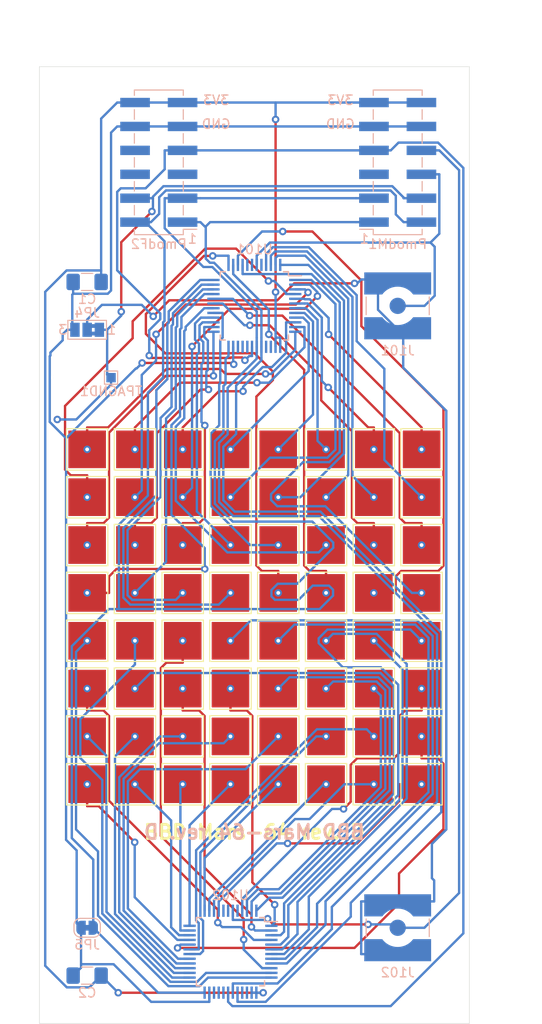
<source format=kicad_pcb>
(kicad_pcb (version 20171130) (host pcbnew "(5.1.5)-3")
  (title_block (title Mars-64) (date 2020-02-28) (rev D) (company "Bio Balance Detector"))
  (layers (0 F.Cu signal) (31 B.Cu signal) (34 B.Paste user) (35 F.Paste user) (36 B.SilkS user) (37 F.SilkS user) (38 B.Mask user) (39 F.Mask user) (44 Edge.Cuts user))
  (net 0 "")
  (net 1 /~SPI_CE)
  (net 2 /SPI_MOSI)
  (net 3 /SPI_CLK)
  (net 4 GND)
  (net 5 /VCC3V3)
  (net 6 /AGND)
  (net 7 /DA)
  (net 8 /DB)
  (net 9 "Net-(TP101-Pad1)")
  (net 10 "Net-(TP102-Pad1)")
  (net 11 "Net-(TP103-Pad1)")
  (net 12 "Net-(TP104-Pad1)")
  (net 13 "Net-(TP105-Pad1)")
  (net 14 "Net-(TP106-Pad1)")
  (net 15 "Net-(TP107-Pad1)")
  (net 16 "Net-(TP108-Pad1)")
  (net 17 "Net-(TP109-Pad1)")
  (net 18 "Net-(TP110-Pad1)")
  (net 19 "Net-(TP111-Pad1)")
  (net 20 "Net-(TP112-Pad1)")
  (net 21 "Net-(TP113-Pad1)")
  (net 22 "Net-(TP114-Pad1)")
  (net 23 "Net-(TP115-Pad1)")
  (net 24 "Net-(TP116-Pad1)")
  (net 25 "Net-(TP117-Pad1)")
  (net 26 "Net-(TP118-Pad1)")
  (net 27 "Net-(TP119-Pad1)")
  (net 28 "Net-(TP120-Pad1)")
  (net 29 "Net-(TP121-Pad1)")
  (net 30 "Net-(TP122-Pad1)")
  (net 31 "Net-(TP123-Pad1)")
  (net 32 "Net-(TP124-Pad1)")
  (net 33 "Net-(TP125-Pad1)")
  (net 34 "Net-(TP126-Pad1)")
  (net 35 "Net-(TP127-Pad1)")
  (net 36 "Net-(TP128-Pad1)")
  (net 37 "Net-(TP129-Pad1)")
  (net 38 "Net-(TP130-Pad1)")
  (net 39 "Net-(TP131-Pad1)")
  (net 40 "Net-(TP132-Pad1)")
  (net 41 "Net-(TP201-Pad1)")
  (net 42 "Net-(TP202-Pad1)")
  (net 43 "Net-(TP203-Pad1)")
  (net 44 "Net-(TP204-Pad1)")
  (net 45 "Net-(TP205-Pad1)")
  (net 46 "Net-(TP206-Pad1)")
  (net 47 "Net-(TP207-Pad1)")
  (net 48 "Net-(TP208-Pad1)")
  (net 49 "Net-(TP209-Pad1)")
  (net 50 "Net-(TP210-Pad1)")
  (net 51 "Net-(TP211-Pad1)")
  (net 52 "Net-(TP212-Pad1)")
  (net 53 "Net-(TP213-Pad1)")
  (net 54 "Net-(TP214-Pad1)")
  (net 55 "Net-(TP215-Pad1)")
  (net 56 "Net-(TP216-Pad1)")
  (net 57 "Net-(TP217-Pad1)")
  (net 58 "Net-(TP218-Pad1)")
  (net 59 "Net-(TP219-Pad1)")
  (net 60 "Net-(TP220-Pad1)")
  (net 61 "Net-(TP221-Pad1)")
  (net 62 "Net-(TP222-Pad1)")
  (net 63 "Net-(TP223-Pad1)")
  (net 64 "Net-(TP224-Pad1)")
  (net 65 "Net-(TP225-Pad1)")
  (net 66 "Net-(TP226-Pad1)")
  (net 67 "Net-(TP227-Pad1)")
  (net 68 "Net-(TP228-Pad1)")
  (net 69 "Net-(TP229-Pad1)")
  (net 70 "Net-(TP230-Pad1)")
  (net 71 "Net-(TP231-Pad1)")
  (net 72 "Net-(TP232-Pad1)")
  (net 73 "Net-(J101-Pad2)")
  (net 74 "Net-(JP5-Pad2)")
  (module MountingHole:MountingHole_2.2mm_M2 (layer F.Cu) (at 58.42 76.2)
    (fp_text reference H1 hide)
    (fp_text value MountingHole hide)
    (pad 1 np_thru_hole circle (at 0 0) (size 2.2 2.2) (drill 2.2) (layers *.Cu *.Mask))
  )
  (module MountingHole:MountingHole_2.2mm_M2 (layer F.Cu) (at 99.06 76.2)
    (fp_text reference H2 hide)
    (fp_text value MountingHole hide)
    (pad 1 np_thru_hole circle (at 0 0) (size 2.2 2.2) (drill 2.2) (layers *.Cu *.Mask))
  )
  (module MountingHole:MountingHole_2.2mm_M2 (layer F.Cu) (at 58.42 127)
    (fp_text reference H3 hide)
    (fp_text value MountingHole hide)
    (pad 1 np_thru_hole circle (at 0 0) (size 2.2 2.2) (drill 2.2) (layers *.Cu *.Mask))
  )
  (module MountingHole:MountingHole_2.2mm_M2 (layer F.Cu) (at 99.06 127)
    (fp_text reference H4 hide)
    (fp_text value MountingHole hide)
    (pad 1 np_thru_hole circle (at 0 0) (size 2.2 2.2) (drill 2.2) (layers *.Cu *.Mask))
  )
  (module TestPoint:TestPoint_Pad_4.0x4.0mm (layer F.Cu) (at 60.96 83.82)
    (fp_text reference TP101 hide)
    (fp_text value TestPoint_Small hide)
    (pad 1 smd rect (at 0 0) (size 4 4) (layers F.Cu F.Mask) (net 9 "Net-(TP101-Pad1)"))
  )
  (module TestPoint:TestPoint_Pad_4.0x4.0mm (layer F.Cu) (at 66.04 83.82)
    (fp_text reference TP102 hide)
    (fp_text value TestPoint_Small hide)
    (pad 1 smd rect (at 0 0) (size 4 4) (layers F.Cu F.Mask) (net 10 "Net-(TP102-Pad1)"))
  )
  (module TestPoint:TestPoint_Pad_4.0x4.0mm (layer F.Cu) (at 71.12 83.82)
    (fp_text reference TP103 hide)
    (fp_text value TestPoint_Small hide)
    (pad 1 smd rect (at 0 0) (size 4 4) (layers F.Cu F.Mask) (net 11 "Net-(TP103-Pad1)"))
  )
  (module TestPoint:TestPoint_Pad_4.0x4.0mm (layer F.Cu) (at 76.2 83.82)
    (fp_text reference TP104 hide)
    (fp_text value TestPoint_Small hide)
    (pad 1 smd rect (at 0 0) (size 4 4) (layers F.Cu F.Mask) (net 12 "Net-(TP104-Pad1)"))
  )
  (module TestPoint:TestPoint_Pad_4.0x4.0mm (layer F.Cu) (at 81.28 83.82)
    (fp_text reference TP105 hide)
    (fp_text value TestPoint_Small hide)
    (pad 1 smd rect (at 0 0) (size 4 4) (layers F.Cu F.Mask) (net 13 "Net-(TP105-Pad1)"))
  )
  (module TestPoint:TestPoint_Pad_4.0x4.0mm (layer F.Cu) (at 86.36 83.82)
    (fp_text reference TP106 hide)
    (fp_text value TestPoint_Small hide)
    (pad 1 smd rect (at 0 0) (size 4 4) (layers F.Cu F.Mask) (net 14 "Net-(TP106-Pad1)"))
  )
  (module TestPoint:TestPoint_Pad_4.0x4.0mm (layer F.Cu) (at 91.44 83.82)
    (fp_text reference TP107 hide)
    (fp_text value TestPoint_Small hide)
    (pad 1 smd rect (at 0 0) (size 4 4) (layers F.Cu F.Mask) (net 15 "Net-(TP107-Pad1)"))
  )
  (module TestPoint:TestPoint_Pad_4.0x4.0mm (layer F.Cu) (at 96.52 83.82)
    (fp_text reference TP108 hide)
    (fp_text value TestPoint_Small hide)
    (pad 1 smd rect (at 0 0) (size 4 4) (layers F.Cu F.Mask) (net 16 "Net-(TP108-Pad1)"))
  )
  (module TestPoint:TestPoint_Pad_4.0x4.0mm (layer F.Cu) (at 60.96 88.9)
    (fp_text reference TP109 hide)
    (fp_text value TestPoint_Small hide)
    (pad 1 smd rect (at 0 0) (size 4 4) (layers F.Cu F.Mask) (net 17 "Net-(TP109-Pad1)"))
  )
  (module TestPoint:TestPoint_Pad_4.0x4.0mm (layer F.Cu) (at 66.04 88.9)
    (fp_text reference TP110 hide)
    (fp_text value TestPoint_Small hide)
    (pad 1 smd rect (at 0 0) (size 4 4) (layers F.Cu F.Mask) (net 18 "Net-(TP110-Pad1)"))
  )
  (module TestPoint:TestPoint_Pad_4.0x4.0mm (layer F.Cu) (at 71.12 88.9)
    (fp_text reference TP111 hide)
    (fp_text value TestPoint_Small hide)
    (pad 1 smd rect (at 0 0) (size 4 4) (layers F.Cu F.Mask) (net 19 "Net-(TP111-Pad1)"))
  )
  (module TestPoint:TestPoint_Pad_4.0x4.0mm (layer F.Cu) (at 76.2 88.9)
    (fp_text reference TP112 hide)
    (fp_text value TestPoint_Small hide)
    (pad 1 smd rect (at 0 0) (size 4 4) (layers F.Cu F.Mask) (net 20 "Net-(TP112-Pad1)"))
  )
  (module TestPoint:TestPoint_Pad_4.0x4.0mm (layer F.Cu) (at 81.28 88.9)
    (fp_text reference TP113 hide)
    (fp_text value TestPoint_Small hide)
    (pad 1 smd rect (at 0 0) (size 4 4) (layers F.Cu F.Mask) (net 21 "Net-(TP113-Pad1)"))
  )
  (module TestPoint:TestPoint_Pad_4.0x4.0mm (layer F.Cu) (at 86.36 88.9)
    (fp_text reference TP114 hide)
    (fp_text value TestPoint_Small hide)
    (pad 1 smd rect (at 0 0) (size 4 4) (layers F.Cu F.Mask) (net 22 "Net-(TP114-Pad1)"))
  )
  (module TestPoint:TestPoint_Pad_4.0x4.0mm (layer F.Cu) (at 91.44 88.9)
    (fp_text reference TP115 hide)
    (fp_text value TestPoint_Small hide)
    (pad 1 smd rect (at 0 0) (size 4 4) (layers F.Cu F.Mask) (net 23 "Net-(TP115-Pad1)"))
  )
  (module TestPoint:TestPoint_Pad_4.0x4.0mm (layer F.Cu) (at 96.52 88.9)
    (fp_text reference TP116 hide)
    (fp_text value TestPoint_Small hide)
    (pad 1 smd rect (at 0 0) (size 4 4) (layers F.Cu F.Mask) (net 24 "Net-(TP116-Pad1)"))
  )
  (module TestPoint:TestPoint_Pad_4.0x4.0mm (layer F.Cu) (at 60.96 93.98)
    (fp_text reference TP117 hide)
    (fp_text value TestPoint_Small hide)
    (pad 1 smd rect (at 0 0) (size 4 4) (layers F.Cu F.Mask) (net 25 "Net-(TP117-Pad1)"))
  )
  (module TestPoint:TestPoint_Pad_4.0x4.0mm (layer F.Cu) (at 66.04 93.98)
    (fp_text reference TP118 hide)
    (fp_text value TestPoint_Small hide)
    (pad 1 smd rect (at 0 0) (size 4 4) (layers F.Cu F.Mask) (net 26 "Net-(TP118-Pad1)"))
  )
  (module TestPoint:TestPoint_Pad_4.0x4.0mm (layer F.Cu) (at 71.12 93.98)
    (fp_text reference TP119 hide)
    (fp_text value TestPoint_Small hide)
    (pad 1 smd rect (at 0 0) (size 4 4) (layers F.Cu F.Mask) (net 27 "Net-(TP119-Pad1)"))
  )
  (module TestPoint:TestPoint_Pad_4.0x4.0mm (layer F.Cu) (at 76.2 93.98)
    (fp_text reference TP120 hide)
    (fp_text value TestPoint_Small hide)
    (pad 1 smd rect (at 0 0) (size 4 4) (layers F.Cu F.Mask) (net 28 "Net-(TP120-Pad1)"))
  )
  (module TestPoint:TestPoint_Pad_4.0x4.0mm (layer F.Cu) (at 81.28 93.98)
    (fp_text reference TP121 hide)
    (fp_text value TestPoint_Small hide)
    (pad 1 smd rect (at 0 0) (size 4 4) (layers F.Cu F.Mask) (net 29 "Net-(TP121-Pad1)"))
  )
  (module TestPoint:TestPoint_Pad_4.0x4.0mm (layer F.Cu) (at 86.36 93.98)
    (fp_text reference TP122 hide)
    (fp_text value TestPoint_Small hide)
    (pad 1 smd rect (at 0 0) (size 4 4) (layers F.Cu F.Mask) (net 30 "Net-(TP122-Pad1)"))
  )
  (module TestPoint:TestPoint_Pad_4.0x4.0mm (layer F.Cu) (at 91.44 93.98)
    (fp_text reference TP123 hide)
    (fp_text value TestPoint_Small hide)
    (pad 1 smd rect (at 0 0) (size 4 4) (layers F.Cu F.Mask) (net 31 "Net-(TP123-Pad1)"))
  )
  (module TestPoint:TestPoint_Pad_4.0x4.0mm (layer F.Cu) (at 96.52 93.98)
    (fp_text reference TP124 hide)
    (fp_text value TestPoint_Small hide)
    (pad 1 smd rect (at 0 0) (size 4 4) (layers F.Cu F.Mask) (net 32 "Net-(TP124-Pad1)"))
  )
  (module TestPoint:TestPoint_Pad_4.0x4.0mm (layer F.Cu) (at 60.96 99.06)
    (fp_text reference TP125 hide)
    (fp_text value TestPoint_Small hide)
    (pad 1 smd rect (at 0 0) (size 4 4) (layers F.Cu F.Mask) (net 33 "Net-(TP125-Pad1)"))
  )
  (module TestPoint:TestPoint_Pad_4.0x4.0mm (layer F.Cu) (at 66.04 99.06)
    (fp_text reference TP126 hide)
    (fp_text value TestPoint_Small hide)
    (pad 1 smd rect (at 0 0) (size 4 4) (layers F.Cu F.Mask) (net 34 "Net-(TP126-Pad1)"))
  )
  (module TestPoint:TestPoint_Pad_4.0x4.0mm (layer F.Cu) (at 71.12 99.06)
    (fp_text reference TP127 hide)
    (fp_text value TestPoint_Small hide)
    (pad 1 smd rect (at 0 0) (size 4 4) (layers F.Cu F.Mask) (net 35 "Net-(TP127-Pad1)"))
  )
  (module TestPoint:TestPoint_Pad_4.0x4.0mm (layer F.Cu) (at 76.2 99.06)
    (fp_text reference TP128 hide)
    (fp_text value TestPoint_Small hide)
    (pad 1 smd rect (at 0 0) (size 4 4) (layers F.Cu F.Mask) (net 36 "Net-(TP128-Pad1)"))
  )
  (module TestPoint:TestPoint_Pad_4.0x4.0mm (layer F.Cu) (at 81.28 99.06)
    (fp_text reference TP129 hide)
    (fp_text value TestPoint_Small hide)
    (pad 1 smd rect (at 0 0) (size 4 4) (layers F.Cu F.Mask) (net 37 "Net-(TP129-Pad1)"))
  )
  (module TestPoint:TestPoint_Pad_4.0x4.0mm (layer F.Cu) (at 86.36 99.06)
    (fp_text reference TP130 hide)
    (fp_text value TestPoint_Small hide)
    (pad 1 smd rect (at 0 0) (size 4 4) (layers F.Cu F.Mask) (net 38 "Net-(TP130-Pad1)"))
  )
  (module TestPoint:TestPoint_Pad_4.0x4.0mm (layer F.Cu) (at 91.44 99.06)
    (fp_text reference TP131 hide)
    (fp_text value TestPoint_Small hide)
    (pad 1 smd rect (at 0 0) (size 4 4) (layers F.Cu F.Mask) (net 39 "Net-(TP131-Pad1)"))
  )
  (module TestPoint:TestPoint_Pad_4.0x4.0mm (layer F.Cu) (at 96.52 99.06)
    (fp_text reference TP132 hide)
    (fp_text value TestPoint_Small hide)
    (pad 1 smd rect (at 0 0) (size 4 4) (layers F.Cu F.Mask) (net 40 "Net-(TP132-Pad1)"))
  )
  (module TestPoint:TestPoint_Pad_4.0x4.0mm (layer F.Cu) (at 60.96 104.14)
    (fp_text reference TP201 hide)
    (fp_text value TestPoint_Small hide)
    (pad 1 smd rect (at 0 0) (size 4 4) (layers F.Cu F.Mask) (net 41 "Net-(TP201-Pad1)"))
  )
  (module TestPoint:TestPoint_Pad_4.0x4.0mm (layer F.Cu) (at 66.04 104.14)
    (fp_text reference TP202 hide)
    (fp_text value TestPoint_Small hide)
    (pad 1 smd rect (at 0 0) (size 4 4) (layers F.Cu F.Mask) (net 42 "Net-(TP202-Pad1)"))
  )
  (module TestPoint:TestPoint_Pad_4.0x4.0mm (layer F.Cu) (at 71.12 104.14)
    (fp_text reference TP203 hide)
    (fp_text value TestPoint_Small hide)
    (pad 1 smd rect (at 0 0) (size 4 4) (layers F.Cu F.Mask) (net 43 "Net-(TP203-Pad1)"))
  )
  (module TestPoint:TestPoint_Pad_4.0x4.0mm (layer F.Cu) (at 76.2 104.14)
    (fp_text reference TP204 hide)
    (fp_text value TestPoint_Small hide)
    (pad 1 smd rect (at 0 0) (size 4 4) (layers F.Cu F.Mask) (net 44 "Net-(TP204-Pad1)"))
  )
  (module TestPoint:TestPoint_Pad_4.0x4.0mm (layer F.Cu) (at 81.28 104.14)
    (fp_text reference TP205 hide)
    (fp_text value TestPoint_Small hide)
    (pad 1 smd rect (at 0 0) (size 4 4) (layers F.Cu F.Mask) (net 45 "Net-(TP205-Pad1)"))
  )
  (module TestPoint:TestPoint_Pad_4.0x4.0mm (layer F.Cu) (at 86.36 104.14)
    (fp_text reference TP206 hide)
    (fp_text value TestPoint_Small hide)
    (pad 1 smd rect (at 0 0) (size 4 4) (layers F.Cu F.Mask) (net 46 "Net-(TP206-Pad1)"))
  )
  (module TestPoint:TestPoint_Pad_4.0x4.0mm (layer F.Cu) (at 91.44 104.14)
    (fp_text reference TP207 hide)
    (fp_text value TestPoint_Small hide)
    (pad 1 smd rect (at 0 0) (size 4 4) (layers F.Cu F.Mask) (net 47 "Net-(TP207-Pad1)"))
  )
  (module TestPoint:TestPoint_Pad_4.0x4.0mm (layer F.Cu) (at 96.52 104.14)
    (fp_text reference TP208 hide)
    (fp_text value TestPoint_Small hide)
    (pad 1 smd rect (at 0 0) (size 4 4) (layers F.Cu F.Mask) (net 48 "Net-(TP208-Pad1)"))
  )
  (module TestPoint:TestPoint_Pad_4.0x4.0mm (layer F.Cu) (at 60.96 109.22)
    (fp_text reference TP209 hide)
    (fp_text value TestPoint_Small hide)
    (pad 1 smd rect (at 0 0) (size 4 4) (layers F.Cu F.Mask) (net 49 "Net-(TP209-Pad1)"))
  )
  (module TestPoint:TestPoint_Pad_4.0x4.0mm (layer F.Cu) (at 66.04 109.22)
    (fp_text reference TP210 hide)
    (fp_text value TestPoint_Small hide)
    (pad 1 smd rect (at 0 0) (size 4 4) (layers F.Cu F.Mask) (net 50 "Net-(TP210-Pad1)"))
  )
  (module TestPoint:TestPoint_Pad_4.0x4.0mm (layer F.Cu) (at 71.12 109.22)
    (fp_text reference TP211 hide)
    (fp_text value TestPoint_Small hide)
    (pad 1 smd rect (at 0 0) (size 4 4) (layers F.Cu F.Mask) (net 51 "Net-(TP211-Pad1)"))
  )
  (module TestPoint:TestPoint_Pad_4.0x4.0mm (layer F.Cu) (at 76.2 109.22)
    (fp_text reference TP212 hide)
    (fp_text value TestPoint_Small hide)
    (pad 1 smd rect (at 0 0) (size 4 4) (layers F.Cu F.Mask) (net 52 "Net-(TP212-Pad1)"))
  )
  (module TestPoint:TestPoint_Pad_4.0x4.0mm (layer F.Cu) (at 81.28 109.22)
    (fp_text reference TP213 hide)
    (fp_text value TestPoint_Small hide)
    (pad 1 smd rect (at 0 0) (size 4 4) (layers F.Cu F.Mask) (net 53 "Net-(TP213-Pad1)"))
  )
  (module TestPoint:TestPoint_Pad_4.0x4.0mm (layer F.Cu) (at 86.36 109.22)
    (fp_text reference TP214 hide)
    (fp_text value TestPoint_Small hide)
    (pad 1 smd rect (at 0 0) (size 4 4) (layers F.Cu F.Mask) (net 54 "Net-(TP214-Pad1)"))
  )
  (module TestPoint:TestPoint_Pad_4.0x4.0mm (layer F.Cu) (at 91.44 109.22)
    (fp_text reference TP215 hide)
    (fp_text value TestPoint_Small hide)
    (pad 1 smd rect (at 0 0) (size 4 4) (layers F.Cu F.Mask) (net 55 "Net-(TP215-Pad1)"))
  )
  (module TestPoint:TestPoint_Pad_4.0x4.0mm (layer F.Cu) (at 96.52 109.22)
    (fp_text reference TP216 hide)
    (fp_text value TestPoint_Small hide)
    (pad 1 smd rect (at 0 0) (size 4 4) (layers F.Cu F.Mask) (net 56 "Net-(TP216-Pad1)"))
  )
  (module TestPoint:TestPoint_Pad_4.0x4.0mm (layer F.Cu) (at 60.96 114.3)
    (fp_text reference TP217 hide)
    (fp_text value TestPoint_Small hide)
    (pad 1 smd rect (at 0 0) (size 4 4) (layers F.Cu F.Mask) (net 57 "Net-(TP217-Pad1)"))
  )
  (module TestPoint:TestPoint_Pad_4.0x4.0mm (layer F.Cu) (at 66.04 114.3)
    (fp_text reference TP218 hide)
    (fp_text value TestPoint_Small hide)
    (pad 1 smd rect (at 0 0) (size 4 4) (layers F.Cu F.Mask) (net 58 "Net-(TP218-Pad1)"))
  )
  (module TestPoint:TestPoint_Pad_4.0x4.0mm (layer F.Cu) (at 71.12 114.3)
    (fp_text reference TP219 hide)
    (fp_text value TestPoint_Small hide)
    (pad 1 smd rect (at 0 0) (size 4 4) (layers F.Cu F.Mask) (net 59 "Net-(TP219-Pad1)"))
  )
  (module TestPoint:TestPoint_Pad_4.0x4.0mm (layer F.Cu) (at 76.2 114.3)
    (fp_text reference TP220 hide)
    (fp_text value TestPoint_Small hide)
    (pad 1 smd rect (at 0 0) (size 4 4) (layers F.Cu F.Mask) (net 60 "Net-(TP220-Pad1)"))
  )
  (module TestPoint:TestPoint_Pad_4.0x4.0mm (layer F.Cu) (at 81.28 114.3)
    (fp_text reference TP221 hide)
    (fp_text value TestPoint_Small hide)
    (pad 1 smd rect (at 0 0) (size 4 4) (layers F.Cu F.Mask) (net 61 "Net-(TP221-Pad1)"))
  )
  (module TestPoint:TestPoint_Pad_4.0x4.0mm (layer F.Cu) (at 86.36 114.3)
    (fp_text reference TP222 hide)
    (fp_text value TestPoint_Small hide)
    (pad 1 smd rect (at 0 0) (size 4 4) (layers F.Cu F.Mask) (net 62 "Net-(TP222-Pad1)"))
  )
  (module TestPoint:TestPoint_Pad_4.0x4.0mm (layer F.Cu) (at 91.44 114.3)
    (fp_text reference TP223 hide)
    (fp_text value TestPoint_Small hide)
    (pad 1 smd rect (at 0 0) (size 4 4) (layers F.Cu F.Mask) (net 63 "Net-(TP223-Pad1)"))
  )
  (module TestPoint:TestPoint_Pad_4.0x4.0mm (layer F.Cu) (at 96.52 114.3)
    (fp_text reference TP224 hide)
    (fp_text value TestPoint_Small hide)
    (pad 1 smd rect (at 0 0) (size 4 4) (layers F.Cu F.Mask) (net 64 "Net-(TP224-Pad1)"))
  )
  (module TestPoint:TestPoint_Pad_4.0x4.0mm (layer F.Cu) (at 60.96 119.38)
    (fp_text reference TP225 hide)
    (fp_text value TestPoint_Small hide)
    (pad 1 smd rect (at 0 0) (size 4 4) (layers F.Cu F.Mask) (net 65 "Net-(TP225-Pad1)"))
  )
  (module TestPoint:TestPoint_Pad_4.0x4.0mm (layer F.Cu) (at 66.04 119.38)
    (fp_text reference TP226 hide)
    (fp_text value TestPoint_Small hide)
    (pad 1 smd rect (at 0 0) (size 4 4) (layers F.Cu F.Mask) (net 66 "Net-(TP226-Pad1)"))
  )
  (module TestPoint:TestPoint_Pad_4.0x4.0mm (layer F.Cu) (at 71.12 119.38)
    (fp_text reference TP227 hide)
    (fp_text value TestPoint_Small hide)
    (pad 1 smd rect (at 0 0) (size 4 4) (layers F.Cu F.Mask) (net 67 "Net-(TP227-Pad1)"))
  )
  (module TestPoint:TestPoint_Pad_4.0x4.0mm (layer F.Cu) (at 76.2 119.38)
    (fp_text reference TP228 hide)
    (fp_text value TestPoint_Small hide)
    (pad 1 smd rect (at 0 0) (size 4 4) (layers F.Cu F.Mask) (net 68 "Net-(TP228-Pad1)"))
  )
  (module TestPoint:TestPoint_Pad_4.0x4.0mm (layer F.Cu) (at 81.28 119.38)
    (fp_text reference TP229 hide)
    (fp_text value TestPoint_Small hide)
    (pad 1 smd rect (at 0 0) (size 4 4) (layers F.Cu F.Mask) (net 69 "Net-(TP229-Pad1)"))
  )
  (module TestPoint:TestPoint_Pad_4.0x4.0mm (layer F.Cu) (at 86.36 119.38)
    (fp_text reference TP230 hide)
    (fp_text value TestPoint_Small hide)
    (pad 1 smd rect (at 0 0) (size 4 4) (layers F.Cu F.Mask) (net 70 "Net-(TP230-Pad1)"))
  )
  (module TestPoint:TestPoint_Pad_4.0x4.0mm (layer F.Cu) (at 91.44 119.38)
    (fp_text reference TP231 hide)
    (fp_text value TestPoint_Small hide)
    (pad 1 smd rect (at 0 0) (size 4 4) (layers F.Cu F.Mask) (net 71 "Net-(TP231-Pad1)"))
  )
  (module TestPoint:TestPoint_Pad_4.0x4.0mm (layer F.Cu) (at 96.52 119.38)
    (fp_text reference TP232 hide)
    (fp_text value TestPoint_Small hide)
    (pad 1 smd rect (at 0 0) (size 4 4) (layers F.Cu F.Mask) (net 72 "Net-(TP232-Pad1)"))
  )
  (module Connector_Coaxial:SMA_Amphenol_132134-10_Vertical (layer B.Cu) (at 93.98 68.58)
    (fp_text reference J101 (at 0 4.75) (layer B.SilkS) (effects (justify mirror)))
    (fp_text value Conn_Coaxial)
    (pad 1 smd circle (at 0 0 270) (size 1.73 1.73) (layers B.Cu B.Paste B.Mask) (net 7 /DA))
    (pad 2 smd custom (at 0 -2.8) (size 7.11 1.51) (layers B.Cu B.Paste B.Mask) (net 73 "Net-(J101-Pad2)") (options (clearance outline) (anchor rect)) (primitives (gr_poly (pts (xy -1.645 1.595) (xy -1.5 1.42) (xy -1.36 1.28) (xy -1.205 1.155) (xy -1.035 1.045) (xy -0.86 0.95) (xy -0.675 0.875) (xy -0.48 0.82) (xy -0.28 0.78) (xy -0.085 0.765) (xy 0 0.765) (xy 0 -0.755) (xy -3.555 -0.755) (xy -3.555 1.595)) (width 0)) (gr_poly (pts (xy 1.645 1.595) (xy 1.5 1.42) (xy 1.36 1.28) (xy 1.205 1.155) (xy 1.035 1.045) (xy 0.86 0.95) (xy 0.675 0.875) (xy 0.48 0.82) (xy 0.28 0.78) (xy 0.085 0.765) (xy 0 0.765) (xy 0 -0.755) (xy 3.555 -0.755) (xy 3.555 1.595)) (width 0))))
    (pad 2 smd custom (at 0 2.8 180) (size 7.11 1.51) (layers B.Cu B.Paste B.Mask) (net 73 "Net-(J101-Pad2)") (options (clearance outline) (anchor rect)) (primitives (gr_poly (pts (xy -1.645 1.595) (xy -1.5 1.42) (xy -1.36 1.28) (xy -1.205 1.155) (xy -1.035 1.045) (xy -0.86 0.95) (xy -0.675 0.875) (xy -0.48 0.82) (xy -0.28 0.78) (xy -0.085 0.765) (xy 0 0.765) (xy 0 -0.755) (xy -3.555 -0.755) (xy -3.555 1.595)) (width 0)) (gr_poly (pts (xy 1.645 1.595) (xy 1.5 1.42) (xy 1.36 1.28) (xy 1.205 1.155) (xy 1.035 1.045) (xy 0.86 0.95) (xy 0.675 0.875) (xy 0.48 0.82) (xy 0.28 0.78) (xy 0.085 0.765) (xy 0 0.765) (xy 0 -0.755) (xy 3.555 -0.755) (xy 3.555 1.595)) (width 0))))
  )
  (module Connector_Coaxial:SMA_Amphenol_132134-10_Vertical (layer B.Cu) (at 93.98 134.62)
    (fp_text reference J102 (at 0 4.75) (layer B.SilkS) (effects (justify mirror)))
    (fp_text value Conn_Coaxial)
    (pad 2 smd custom (at 0 2.8 180) (size 7.11 1.51) (layers B.Cu B.Paste B.Mask) (net 73 "Net-(J101-Pad2)") (options (clearance outline) (anchor rect)) (primitives (gr_poly (pts (xy -1.645 1.595) (xy -1.5 1.42) (xy -1.36 1.28) (xy -1.205 1.155) (xy -1.035 1.045) (xy -0.86 0.95) (xy -0.675 0.875) (xy -0.48 0.82) (xy -0.28 0.78) (xy -0.085 0.765) (xy 0 0.765) (xy 0 -0.755) (xy -3.555 -0.755) (xy -3.555 1.595)) (width 0)) (gr_poly (pts (xy 1.645 1.595) (xy 1.5 1.42) (xy 1.36 1.28) (xy 1.205 1.155) (xy 1.035 1.045) (xy 0.86 0.95) (xy 0.675 0.875) (xy 0.48 0.82) (xy 0.28 0.78) (xy 0.085 0.765) (xy 0 0.765) (xy 0 -0.755) (xy 3.555 -0.755) (xy 3.555 1.595)) (width 0))))
    (pad 2 smd custom (at 0 -2.8) (size 7.11 1.51) (layers B.Cu B.Paste B.Mask) (net 73 "Net-(J101-Pad2)") (options (clearance outline) (anchor rect)) (primitives (gr_poly (pts (xy -1.645 1.595) (xy -1.5 1.42) (xy -1.36 1.28) (xy -1.205 1.155) (xy -1.035 1.045) (xy -0.86 0.95) (xy -0.675 0.875) (xy -0.48 0.82) (xy -0.28 0.78) (xy -0.085 0.765) (xy 0 0.765) (xy 0 -0.755) (xy -3.555 -0.755) (xy -3.555 1.595)) (width 0)) (gr_poly (pts (xy 1.645 1.595) (xy 1.5 1.42) (xy 1.36 1.28) (xy 1.205 1.155) (xy 1.035 1.045) (xy 0.86 0.95) (xy 0.675 0.875) (xy 0.48 0.82) (xy 0.28 0.78) (xy 0.085 0.765) (xy 0 0.765) (xy 0 -0.755) (xy 3.555 -0.755) (xy 3.555 1.595)) (width 0))))
    (pad 1 smd circle (at 0 0 270) (size 1.73 1.73) (layers B.Cu B.Paste B.Mask) (net 8 /DB))
  )
  (module TestPoint:TestPoint_Pad_1.0x1.0mm (layer B.Cu) (at 63.5 76.2)
    (fp_text reference TPAGND1 (at 0 1.448) (layer B.SilkS) (effects (justify mirror)))
    (fp_text value TestPoint_Small)
    (pad 1 smd rect (at 0 0) (size 1 1) (layers B.Cu B.Mask) (net 6 /AGND))
  )
  (module Jumper:SolderJumper-3_P1.3mm_Bridged2Bar12_Pad1.0x1.5mm_NumberLabels (layer B.Cu) (at 60.96 71.12 180)
    (fp_text reference JP4 (at 0 1.8) (layer B.SilkS) (effects (justify mirror)))
    (fp_text value Jumper_NC_Dual)
    (fp_text user 3 (at 2.6 0) (layer B.SilkS) (effects (justify mirror)))
    (fp_text user 1 (at -2.6 0) (layer B.SilkS) (effects (justify mirror)))
    (fp_poly (pts (xy -0.9 -0.2) (xy -0.4 -0.2) (xy -0.4 -0.6) (xy -0.9 -0.6)) (layer B.Cu) (width 0))
    (fp_poly (pts (xy -0.9 0.6) (xy -0.4 0.6) (xy -0.4 0.2) (xy -0.9 0.2)) (layer B.Cu) (width 0))
    (pad 1 smd rect (at -1.3 0 180) (size 1 1.5) (layers B.Cu B.Mask) (net 6 /AGND))
    (pad 3 smd rect (at 1.3 0 180) (size 1 1.5) (layers B.Cu B.Mask) (net 4 GND))
    (pad 2 smd rect (at 0 0 180) (size 1 1.5) (layers B.Cu B.Mask) (net 73 "Net-(J101-Pad2)"))
  )
  (module Mars-64:PinHeader_2x06_P2.54mm_Vertical_SMD_TopBottom (layer B.Cu) (at 93.98 53.34)
    (fp_text reference PmodM1 (at 0 8.68) (layer B.SilkS) (effects (justify mirror)))
    (fp_text value Conn_02x06_Top_Bottom)
    (fp_text user GND (at -6.096 -4.064) (layer B.SilkS) (effects (justify mirror)))
    (fp_text user 3V3 (at -6.096 -6.604) (layer B.SilkS) (effects (justify mirror)))
    (fp_text user 1 (at -3.556 8.128) (layer B.SilkS) (effects (justify mirror)))
    (pad 12 smd rect (at 2.525 -6.35) (size 3.15 1) (layers B.Cu B.Paste B.Mask) (net 5 /VCC3V3))
    (pad 6 smd rect (at -2.525 -6.35) (size 3.15 1) (layers B.Cu B.Paste B.Mask) (net 5 /VCC3V3))
    (pad 11 smd rect (at 2.525 -3.81) (size 3.15 1) (layers B.Cu B.Paste B.Mask) (net 4 GND))
    (pad 5 smd rect (at -2.525 -3.81) (size 3.15 1) (layers B.Cu B.Paste B.Mask) (net 4 GND))
    (pad 10 smd rect (at 2.525 -1.27) (size 3.15 1) (layers B.Cu B.Paste B.Mask) (net 8 /DB))
    (pad 4 smd rect (at -2.525 -1.27) (size 3.15 1) (layers B.Cu B.Paste B.Mask) (net 3 /SPI_CLK))
    (pad 9 smd rect (at 2.525 1.27) (size 3.15 1) (layers B.Cu B.Paste B.Mask) (net 7 /DA))
    (pad 3 smd rect (at -2.525 1.27) (size 3.15 1) (layers B.Cu B.Paste B.Mask))
    (pad 8 smd rect (at 2.525 3.81) (size 3.15 1) (layers B.Cu B.Paste B.Mask) (net 6 /AGND))
    (pad 2 smd rect (at -2.525 3.81) (size 3.15 1) (layers B.Cu B.Paste B.Mask) (net 2 /SPI_MOSI))
    (pad 7 smd rect (at 2.525 6.35) (size 3.15 1) (layers B.Cu B.Paste B.Mask) (net 74 "Net-(JP5-Pad2)"))
    (pad 1 smd rect (at -2.525 6.35) (size 3.15 1) (layers B.Cu B.Paste B.Mask) (net 1 /~SPI_CE))
  )
  (module Mars-64:PinHeader_2x06_P2.54mm_Vertical_SMD_TopBottom_Mirrored (layer B.Cu) (at 68.58 53.34)
    (fp_text reference PmodF2 (at 0 8.68) (layer B.SilkS) (effects (justify mirror)))
    (fp_text value Conn_02x06_Top_Bottom)
    (fp_text user GND (at 6.096 -4.064) (layer B.SilkS) (effects (justify mirror)))
    (fp_text user 3V3 (at 6.096 -6.604) (layer B.SilkS) (effects (justify mirror)))
    (fp_text user 1 (at 3.556 8.128) (layer B.SilkS) (effects (justify mirror)))
    (pad 12 smd rect (at -2.525 -6.35) (size 3.15 1) (layers B.Cu B.Paste B.Mask) (net 5 /VCC3V3))
    (pad 6 smd rect (at 2.525 -6.35) (size 3.15 1) (layers B.Cu B.Paste B.Mask) (net 5 /VCC3V3))
    (pad 11 smd rect (at -2.525 -3.81) (size 3.15 1) (layers B.Cu B.Paste B.Mask) (net 4 GND))
    (pad 5 smd rect (at 2.525 -3.81) (size 3.15 1) (layers B.Cu B.Paste B.Mask) (net 4 GND))
    (pad 10 smd rect (at -2.525 -1.27) (size 3.15 1) (layers B.Cu B.Paste B.Mask))
    (pad 4 smd rect (at 2.525 -1.27) (size 3.15 1) (layers B.Cu B.Paste B.Mask) (net 3 /SPI_CLK))
    (pad 9 smd rect (at -2.525 1.27) (size 3.15 1) (layers B.Cu B.Paste B.Mask))
    (pad 3 smd rect (at 2.525 1.27) (size 3.15 1) (layers B.Cu B.Paste B.Mask))
    (pad 8 smd rect (at -2.525 3.81) (size 3.15 1) (layers B.Cu B.Paste B.Mask) (net 6 /AGND))
    (pad 2 smd rect (at 2.525 3.81) (size 3.15 1) (layers B.Cu B.Paste B.Mask) (net 2 /SPI_MOSI))
    (pad 7 smd rect (at -2.525 6.35) (size 3.15 1) (layers B.Cu B.Paste B.Mask) (net 74 "Net-(JP5-Pad2)"))
    (pad 1 smd rect (at 2.525 6.35) (size 3.15 1) (layers B.Cu B.Paste B.Mask) (net 1 /~SPI_CE))
  )
  (module Package_QFP:TQFP-48_7x7mm_P0.5mm (layer B.Cu) (at 78.74 68.58 180)
    (fp_text reference U101 (at 0 6) (layer B.SilkS) (effects (justify mirror)))
    (fp_text value ADG731)
    (pad 1 smd rect (at -4.35 2.75 180) (size 1.3 0.25) (layers B.Cu B.Paste B.Mask) (net 20 "Net-(TP112-Pad1)"))
    (pad 2 smd rect (at -4.35 2.25 180) (size 1.3 0.25) (layers B.Cu B.Paste B.Mask) (net 19 "Net-(TP111-Pad1)"))
    (pad 3 smd rect (at -4.35 1.75 180) (size 1.3 0.25) (layers B.Cu B.Paste B.Mask) (net 18 "Net-(TP110-Pad1)"))
    (pad 4 smd rect (at -4.35 1.25 180) (size 1.3 0.25) (layers B.Cu B.Paste B.Mask) (net 17 "Net-(TP109-Pad1)"))
    (pad 5 smd rect (at -4.35 0.75 180) (size 1.3 0.25) (layers B.Cu B.Paste B.Mask) (net 16 "Net-(TP108-Pad1)"))
    (pad 6 smd rect (at -4.35 0.25 180) (size 1.3 0.25) (layers B.Cu B.Paste B.Mask) (net 15 "Net-(TP107-Pad1)"))
    (pad 7 smd rect (at -4.35 -0.25 180) (size 1.3 0.25) (layers B.Cu B.Paste B.Mask) (net 14 "Net-(TP106-Pad1)"))
    (pad 8 smd rect (at -4.35 -0.75 180) (size 1.3 0.25) (layers B.Cu B.Paste B.Mask) (net 13 "Net-(TP105-Pad1)"))
    (pad 9 smd rect (at -4.35 -1.25 180) (size 1.3 0.25) (layers B.Cu B.Paste B.Mask) (net 12 "Net-(TP104-Pad1)"))
    (pad 10 smd rect (at -4.35 -1.75 180) (size 1.3 0.25) (layers B.Cu B.Paste B.Mask) (net 11 "Net-(TP103-Pad1)"))
    (pad 11 smd rect (at -4.35 -2.25 180) (size 1.3 0.25) (layers B.Cu B.Paste B.Mask) (net 10 "Net-(TP102-Pad1)"))
    (pad 12 smd rect (at -4.35 -2.75 180) (size 1.3 0.25) (layers B.Cu B.Paste B.Mask) (net 9 "Net-(TP101-Pad1)"))
    (pad 13 smd rect (at -2.75 -4.35 90) (size 1.3 0.25) (layers B.Cu B.Paste B.Mask) (net 5 /VCC3V3))
    (pad 14 smd rect (at -2.25 -4.35 90) (size 1.3 0.25) (layers B.Cu B.Paste B.Mask) (net 5 /VCC3V3))
    (pad 15 smd rect (at -1.75 -4.35 90) (size 1.3 0.25) (layers B.Cu B.Paste B.Mask))
    (pad 16 smd rect (at -1.25 -4.35 90) (size 1.3 0.25) (layers B.Cu B.Paste B.Mask))
    (pad 17 smd rect (at -0.75 -4.35 90) (size 1.3 0.25) (layers B.Cu B.Paste B.Mask) (net 1 /~SPI_CE))
    (pad 18 smd rect (at -0.25 -4.35 90) (size 1.3 0.25) (layers B.Cu B.Paste B.Mask) (net 2 /SPI_MOSI))
    (pad 19 smd rect (at 0.25 -4.35 90) (size 1.3 0.25) (layers B.Cu B.Paste B.Mask) (net 3 /SPI_CLK))
    (pad 20 smd rect (at 0.75 -4.35 90) (size 1.3 0.25) (layers B.Cu B.Paste B.Mask))
    (pad 21 smd rect (at 1.25 -4.35 90) (size 1.3 0.25) (layers B.Cu B.Paste B.Mask))
    (pad 22 smd rect (at 1.75 -4.35 90) (size 1.3 0.25) (layers B.Cu B.Paste B.Mask))
    (pad 23 smd rect (at 2.25 -4.35 90) (size 1.3 0.25) (layers B.Cu B.Paste B.Mask) (net 4 GND))
    (pad 24 smd rect (at 2.75 -4.35 90) (size 1.3 0.25) (layers B.Cu B.Paste B.Mask) (net 74 "Net-(JP5-Pad2)"))
    (pad 25 smd rect (at 4.35 -2.75 180) (size 1.3 0.25) (layers B.Cu B.Paste B.Mask) (net 25 "Net-(TP117-Pad1)"))
    (pad 26 smd rect (at 4.35 -2.25 180) (size 1.3 0.25) (layers B.Cu B.Paste B.Mask) (net 26 "Net-(TP118-Pad1)"))
    (pad 27 smd rect (at 4.35 -1.75 180) (size 1.3 0.25) (layers B.Cu B.Paste B.Mask) (net 27 "Net-(TP119-Pad1)"))
    (pad 28 smd rect (at 4.35 -1.25 180) (size 1.3 0.25) (layers B.Cu B.Paste B.Mask) (net 28 "Net-(TP120-Pad1)"))
    (pad 29 smd rect (at 4.35 -0.75 180) (size 1.3 0.25) (layers B.Cu B.Paste B.Mask) (net 29 "Net-(TP121-Pad1)"))
    (pad 30 smd rect (at 4.35 -0.25 180) (size 1.3 0.25) (layers B.Cu B.Paste B.Mask) (net 30 "Net-(TP122-Pad1)"))
    (pad 31 smd rect (at 4.35 0.25 180) (size 1.3 0.25) (layers B.Cu B.Paste B.Mask) (net 31 "Net-(TP123-Pad1)"))
    (pad 32 smd rect (at 4.35 0.75 180) (size 1.3 0.25) (layers B.Cu B.Paste B.Mask) (net 32 "Net-(TP124-Pad1)"))
    (pad 33 smd rect (at 4.35 1.25 180) (size 1.3 0.25) (layers B.Cu B.Paste B.Mask) (net 33 "Net-(TP125-Pad1)"))
    (pad 34 smd rect (at 4.35 1.75 180) (size 1.3 0.25) (layers B.Cu B.Paste B.Mask) (net 34 "Net-(TP126-Pad1)"))
    (pad 35 smd rect (at 4.35 2.25 180) (size 1.3 0.25) (layers B.Cu B.Paste B.Mask) (net 35 "Net-(TP127-Pad1)"))
    (pad 36 smd rect (at 4.35 2.75 180) (size 1.3 0.25) (layers B.Cu B.Paste B.Mask) (net 36 "Net-(TP128-Pad1)"))
    (pad 37 smd rect (at 2.75 4.35 90) (size 1.3 0.25) (layers B.Cu B.Paste B.Mask) (net 37 "Net-(TP129-Pad1)"))
    (pad 38 smd rect (at 2.25 4.35 90) (size 1.3 0.25) (layers B.Cu B.Paste B.Mask) (net 38 "Net-(TP130-Pad1)"))
    (pad 39 smd rect (at 1.75 4.35 90) (size 1.3 0.25) (layers B.Cu B.Paste B.Mask) (net 39 "Net-(TP131-Pad1)"))
    (pad 40 smd rect (at 1.25 4.35 90) (size 1.3 0.25) (layers B.Cu B.Paste B.Mask) (net 40 "Net-(TP132-Pad1)"))
    (pad 41 smd rect (at 0.75 4.35 90) (size 1.3 0.25) (layers B.Cu B.Paste B.Mask))
    (pad 42 smd rect (at 0.25 4.35 90) (size 1.3 0.25) (layers B.Cu B.Paste B.Mask))
    (pad 43 smd rect (at -0.25 4.35 90) (size 1.3 0.25) (layers B.Cu B.Paste B.Mask) (net 7 /DA))
    (pad 44 smd rect (at -0.75 4.35 90) (size 1.3 0.25) (layers B.Cu B.Paste B.Mask))
    (pad 45 smd rect (at -1.25 4.35 90) (size 1.3 0.25) (layers B.Cu B.Paste B.Mask) (net 24 "Net-(TP116-Pad1)"))
    (pad 46 smd rect (at -1.75 4.35 90) (size 1.3 0.25) (layers B.Cu B.Paste B.Mask) (net 23 "Net-(TP115-Pad1)"))
    (pad 47 smd rect (at -2.25 4.35 90) (size 1.3 0.25) (layers B.Cu B.Paste B.Mask) (net 22 "Net-(TP114-Pad1)"))
    (pad 48 smd rect (at -2.75 4.35 90) (size 1.3 0.25) (layers B.Cu B.Paste B.Mask) (net 21 "Net-(TP113-Pad1)"))
  )
  (module Package_QFP:TQFP-48_7x7mm_P0.5mm (layer B.Cu) (at 76.2 137.16 180)
    (fp_text reference U102 (at 0 6 180) (layer B.SilkS) (effects (justify mirror)))
    (fp_text value ADG731)
    (pad 48 smd rect (at -2.75 4.35 90) (size 1.3 0.25) (layers B.Cu B.Paste B.Mask) (net 53 "Net-(TP213-Pad1)"))
    (pad 47 smd rect (at -2.25 4.35 90) (size 1.3 0.25) (layers B.Cu B.Paste B.Mask) (net 54 "Net-(TP214-Pad1)"))
    (pad 46 smd rect (at -1.75 4.35 90) (size 1.3 0.25) (layers B.Cu B.Paste B.Mask) (net 55 "Net-(TP215-Pad1)"))
    (pad 45 smd rect (at -1.25 4.35 90) (size 1.3 0.25) (layers B.Cu B.Paste B.Mask) (net 56 "Net-(TP216-Pad1)"))
    (pad 44 smd rect (at -0.75 4.35 90) (size 1.3 0.25) (layers B.Cu B.Paste B.Mask))
    (pad 43 smd rect (at -0.25 4.35 90) (size 1.3 0.25) (layers B.Cu B.Paste B.Mask) (net 8 /DB))
    (pad 42 smd rect (at 0.25 4.35 90) (size 1.3 0.25) (layers B.Cu B.Paste B.Mask))
    (pad 41 smd rect (at 0.75 4.35 90) (size 1.3 0.25) (layers B.Cu B.Paste B.Mask))
    (pad 40 smd rect (at 1.25 4.35 90) (size 1.3 0.25) (layers B.Cu B.Paste B.Mask) (net 72 "Net-(TP232-Pad1)"))
    (pad 39 smd rect (at 1.75 4.35 90) (size 1.3 0.25) (layers B.Cu B.Paste B.Mask) (net 71 "Net-(TP231-Pad1)"))
    (pad 38 smd rect (at 2.25 4.35 90) (size 1.3 0.25) (layers B.Cu B.Paste B.Mask) (net 70 "Net-(TP230-Pad1)"))
    (pad 37 smd rect (at 2.75 4.35 90) (size 1.3 0.25) (layers B.Cu B.Paste B.Mask) (net 69 "Net-(TP229-Pad1)"))
    (pad 36 smd rect (at 4.35 2.75 180) (size 1.3 0.25) (layers B.Cu B.Paste B.Mask) (net 68 "Net-(TP228-Pad1)"))
    (pad 35 smd rect (at 4.35 2.25 180) (size 1.3 0.25) (layers B.Cu B.Paste B.Mask) (net 67 "Net-(TP227-Pad1)"))
    (pad 34 smd rect (at 4.35 1.75 180) (size 1.3 0.25) (layers B.Cu B.Paste B.Mask) (net 66 "Net-(TP226-Pad1)"))
    (pad 33 smd rect (at 4.35 1.25 180) (size 1.3 0.25) (layers B.Cu B.Paste B.Mask) (net 65 "Net-(TP225-Pad1)"))
    (pad 32 smd rect (at 4.35 0.75 180) (size 1.3 0.25) (layers B.Cu B.Paste B.Mask) (net 64 "Net-(TP224-Pad1)"))
    (pad 31 smd rect (at 4.35 0.25 180) (size 1.3 0.25) (layers B.Cu B.Paste B.Mask) (net 63 "Net-(TP223-Pad1)"))
    (pad 30 smd rect (at 4.35 -0.25 180) (size 1.3 0.25) (layers B.Cu B.Paste B.Mask) (net 62 "Net-(TP222-Pad1)"))
    (pad 29 smd rect (at 4.35 -0.75 180) (size 1.3 0.25) (layers B.Cu B.Paste B.Mask) (net 61 "Net-(TP221-Pad1)"))
    (pad 28 smd rect (at 4.35 -1.25 180) (size 1.3 0.25) (layers B.Cu B.Paste B.Mask) (net 60 "Net-(TP220-Pad1)"))
    (pad 27 smd rect (at 4.35 -1.75 180) (size 1.3 0.25) (layers B.Cu B.Paste B.Mask) (net 59 "Net-(TP219-Pad1)"))
    (pad 26 smd rect (at 4.35 -2.25 180) (size 1.3 0.25) (layers B.Cu B.Paste B.Mask) (net 58 "Net-(TP218-Pad1)"))
    (pad 25 smd rect (at 4.35 -2.75 180) (size 1.3 0.25) (layers B.Cu B.Paste B.Mask) (net 57 "Net-(TP217-Pad1)"))
    (pad 24 smd rect (at 2.75 -4.35 90) (size 1.3 0.25) (layers B.Cu B.Paste B.Mask) (net 74 "Net-(JP5-Pad2)"))
    (pad 23 smd rect (at 2.25 -4.35 90) (size 1.3 0.25) (layers B.Cu B.Paste B.Mask) (net 4 GND))
    (pad 22 smd rect (at 1.75 -4.35 90) (size 1.3 0.25) (layers B.Cu B.Paste B.Mask))
    (pad 21 smd rect (at 1.25 -4.35 90) (size 1.3 0.25) (layers B.Cu B.Paste B.Mask))
    (pad 20 smd rect (at 0.75 -4.35 90) (size 1.3 0.25) (layers B.Cu B.Paste B.Mask))
    (pad 19 smd rect (at 0.25 -4.35 90) (size 1.3 0.25) (layers B.Cu B.Paste B.Mask) (net 3 /SPI_CLK))
    (pad 18 smd rect (at -0.25 -4.35 90) (size 1.3 0.25) (layers B.Cu B.Paste B.Mask) (net 2 /SPI_MOSI))
    (pad 17 smd rect (at -0.75 -4.35 90) (size 1.3 0.25) (layers B.Cu B.Paste B.Mask) (net 1 /~SPI_CE))
    (pad 16 smd rect (at -1.25 -4.35 90) (size 1.3 0.25) (layers B.Cu B.Paste B.Mask))
    (pad 15 smd rect (at -1.75 -4.35 90) (size 1.3 0.25) (layers B.Cu B.Paste B.Mask))
    (pad 14 smd rect (at -2.25 -4.35 90) (size 1.3 0.25) (layers B.Cu B.Paste B.Mask) (net 5 /VCC3V3))
    (pad 13 smd rect (at -2.75 -4.35 90) (size 1.3 0.25) (layers B.Cu B.Paste B.Mask) (net 5 /VCC3V3))
    (pad 12 smd rect (at -4.35 -2.75 180) (size 1.3 0.25) (layers B.Cu B.Paste B.Mask) (net 41 "Net-(TP201-Pad1)"))
    (pad 11 smd rect (at -4.35 -2.25 180) (size 1.3 0.25) (layers B.Cu B.Paste B.Mask) (net 42 "Net-(TP202-Pad1)"))
    (pad 10 smd rect (at -4.35 -1.75 180) (size 1.3 0.25) (layers B.Cu B.Paste B.Mask) (net 43 "Net-(TP203-Pad1)"))
    (pad 9 smd rect (at -4.35 -1.25 180) (size 1.3 0.25) (layers B.Cu B.Paste B.Mask) (net 44 "Net-(TP204-Pad1)"))
    (pad 8 smd rect (at -4.35 -0.75 180) (size 1.3 0.25) (layers B.Cu B.Paste B.Mask) (net 45 "Net-(TP205-Pad1)"))
    (pad 7 smd rect (at -4.35 -0.25 180) (size 1.3 0.25) (layers B.Cu B.Paste B.Mask) (net 46 "Net-(TP206-Pad1)"))
    (pad 6 smd rect (at -4.35 0.25 180) (size 1.3 0.25) (layers B.Cu B.Paste B.Mask) (net 47 "Net-(TP207-Pad1)"))
    (pad 5 smd rect (at -4.35 0.75 180) (size 1.3 0.25) (layers B.Cu B.Paste B.Mask) (net 48 "Net-(TP208-Pad1)"))
    (pad 4 smd rect (at -4.35 1.25 180) (size 1.3 0.25) (layers B.Cu B.Paste B.Mask) (net 49 "Net-(TP209-Pad1)"))
    (pad 3 smd rect (at -4.35 1.75 180) (size 1.3 0.25) (layers B.Cu B.Paste B.Mask) (net 50 "Net-(TP210-Pad1)"))
    (pad 2 smd rect (at -4.35 2.25 180) (size 1.3 0.25) (layers B.Cu B.Paste B.Mask) (net 51 "Net-(TP211-Pad1)"))
    (pad 1 smd rect (at -4.35 2.75 180) (size 1.3 0.25) (layers B.Cu B.Paste B.Mask) (net 52 "Net-(TP212-Pad1)"))
  )
  (module Jumper:SolderJumper-2_P1.3mm_Bridged_RoundedPad1.0x1.5mm (layer B.Cu) (at 60.96 134.62)
    (fp_text reference JP5 (at 0 1.8) (layer B.SilkS) (effects (justify mirror)))
    (fp_text value SolderJumper_2_Bridged)
    (fp_poly (pts (xy 0.25 0.3) (xy -0.25 0.3) (xy -0.25 -0.3) (xy 0.25 -0.3)) (layer B.Cu) (width 0))
    (pad 2 smd custom (at 0.65 0) (size 1 0.5) (layers B.Cu B.Mask) (net 74 "Net-(JP5-Pad2)") (options (clearance outline) (anchor rect)) (primitives (gr_circle (center 0 -0.25) (end 0.5 -0.25) (width 0)) (gr_circle (center 0 0.25) (end 0.5 0.25) (width 0)) (gr_poly (pts (xy 0 0.75) (xy -0.5 0.75) (xy -0.5 -0.75) (xy 0 -0.75)) (width 0))))
    (pad 1 smd custom (at -0.65 0) (size 1 0.5) (layers B.Cu B.Mask) (net 4 GND) (options (clearance outline) (anchor rect)) (primitives (gr_circle (center 0 -0.25) (end 0.5 -0.25) (width 0)) (gr_circle (center 0 0.25) (end 0.5 0.25) (width 0)) (gr_poly (pts (xy 0 0.75) (xy 0.5 0.75) (xy 0.5 -0.75) (xy 0 -0.75)) (width 0))))
  )
  (module Capacitor_SMD:C_1206_3216Metric_Pad1.42x1.75mm_HandSolder (layer B.Cu) (at 60.96 66.04)
    (fp_text reference C1 (at 0 1.82) (layer B.SilkS) (effects (justify mirror)))
    (fp_text value "100 nF")
    (pad 1 smd roundrect (at -1.4875 0) (size 1.425 1.75) (layers B.Cu B.Paste B.Mask) (roundrect_rratio 0.175439) (net 4 GND))
    (pad 2 smd roundrect (at 1.4875 0) (size 1.425 1.75) (layers B.Cu B.Paste B.Mask) (roundrect_rratio 0.175439) (net 5 /VCC3V3))
  )
  (module Capacitor_SMD:C_1206_3216Metric_Pad1.42x1.75mm_HandSolder (layer B.Cu) (at 60.96 139.7)
    (fp_text reference C2 (at 0 1.82) (layer B.SilkS) (effects (justify mirror)))
    (fp_text value "100 nF")
    (pad 2 smd roundrect (at 1.4875 0) (size 1.425 1.75) (layers B.Cu B.Paste B.Mask) (roundrect_rratio 0.175439) (net 5 /VCC3V3))
    (pad 1 smd roundrect (at -1.4875 0) (size 1.425 1.75) (layers B.Cu B.Paste B.Mask) (roundrect_rratio 0.175439) (net 4 GND))
  )
  (gr_text "BBD Mars-64 rev. D" (at 78.74 124.46) (layer F.SilkS) (effects (font (size 1.5 1.5) (thickness 0.3))))
  (gr_text "BBD Mars-64 rev. D" (at 78.74 124.46) (layer B.SilkS) (effects (font (size 1.5 1.5) (thickness 0.3)) (justify mirror)))
  (gr_line (start 55.88 43.18) (end 55.88 144.78) (layer Edge.Cuts) (width 0.05))
  (gr_line (start 101.6 43.18) (end 101.6 144.78) (layer Edge.Cuts) (width 0.05))
  (gr_line (start 101.6 144.78) (end 55.88 144.78) (layer Edge.Cuts) (width 0.05))
  (gr_line (start 55.88 43.18) (end 101.6 43.18) (layer Edge.Cuts) (width 0.05))
  (segment (start 89.5547 59.69) (end 74.0349 59.69) (width 0.25) (layer B.Cu) (net 1))
  (segment (start 74.0349 59.69) (end 73.5708 60.1541) (width 0.25) (layer B.Cu) (net 1))
  (segment (start 73.0053 59.69) (end 73.4694 60.1541) (width 0.25) (layer B.Cu) (net 1))
  (segment (start 73.4694 60.1541) (end 73.5708 60.1541) (width 0.25) (layer B.Cu) (net 1))
  (segment (start 73.5708 60.1541) (end 73.5708 63.5623) (width 0.25) (layer B.Cu) (net 1))
  (segment (start 73.5708 63.5623) (end 74.0107 64.0022) (width 0.25) (layer B.Cu) (net 1))
  (segment (start 74.0107 64.0022) (end 74.458 64.0022) (width 0.25) (layer B.Cu) (net 1))
  (segment (start 74.458 64.0022) (end 79.49 69.0342) (width 0.25) (layer B.Cu) (net 1))
  (segment (start 79.49 69.0342) (end 79.49 71.9547) (width 0.25) (layer B.Cu) (net 1))
  (segment (start 91.455 59.69) (end 89.5547 59.69) (width 0.25) (layer B.Cu) (net 1))
  (segment (start 76.95 141.51) (end 76.95 142.4853) (width 0.25) (layer B.Cu) (net 1))
  (segment (start 76.95 142.4853) (end 79.9462 142.4853) (width 0.25) (layer B.Cu) (net 1))
  (segment (start 79.9462 142.4853) (end 88.9888 133.4427) (width 0.25) (layer B.Cu) (net 1))
  (segment (start 88.9888 133.4427) (end 88.9888 131.9701) (width 0.25) (layer B.Cu) (net 1))
  (segment (start 88.9888 131.9701) (end 98.6126 122.3463) (width 0.25) (layer B.Cu) (net 1))
  (segment (start 98.6126 122.3463) (end 98.6126 103.2748) (width 0.25) (layer B.Cu) (net 1))
  (segment (start 98.6126 103.2748) (end 85.767 90.4292) (width 0.25) (layer B.Cu) (net 1))
  (segment (start 85.767 90.4292) (end 76.6539 90.4292) (width 0.25) (layer B.Cu) (net 1))
  (segment (start 76.6539 90.4292) (end 75.4377 89.213) (width 0.25) (layer B.Cu) (net 1))
  (segment (start 75.4377 89.213) (end 75.4377 83.545) (width 0.25) (layer B.Cu) (net 1))
  (segment (start 75.4377 83.545) (end 76.8012 82.1815) (width 0.25) (layer B.Cu) (net 1))
  (segment (start 76.8012 82.1815) (end 76.8012 77.0437) (width 0.25) (layer B.Cu) (net 1))
  (segment (start 76.8012 77.0437) (end 79.49 74.3549) (width 0.25) (layer B.Cu) (net 1))
  (segment (start 79.49 74.3549) (end 79.49 72.93) (width 0.25) (layer B.Cu) (net 1))
  (segment (start 79.49 72.93) (end 79.49 71.9547) (width 0.25) (layer B.Cu) (net 1))
  (segment (start 71.105 59.69) (end 73.0053 59.69) (width 0.25) (layer B.Cu) (net 1))
  (segment (start 76.45 140.5347) (end 81.2006 140.5347) (width 0.25) (layer B.Cu) (net 2))
  (segment (start 81.2006 140.5347) (end 86.9774 134.7579) (width 0.25) (layer B.Cu) (net 2))
  (segment (start 86.9774 134.7579) (end 86.9774 132.4091) (width 0.25) (layer B.Cu) (net 2))
  (segment (start 86.9774 132.4091) (end 98.1622 121.2243) (width 0.25) (layer B.Cu) (net 2))
  (segment (start 98.1622 121.2243) (end 98.1622 103.4677) (width 0.25) (layer B.Cu) (net 2))
  (segment (start 98.1622 103.4677) (end 85.6012 90.9067) (width 0.25) (layer B.Cu) (net 2))
  (segment (start 85.6012 90.9067) (end 76.4945 90.9067) (width 0.25) (layer B.Cu) (net 2))
  (segment (start 76.4945 90.9067) (end 74.9874 89.3996) (width 0.25) (layer B.Cu) (net 2))
  (segment (start 74.9874 89.3996) (end 74.9874 83.1331) (width 0.25) (layer B.Cu) (net 2))
  (segment (start 74.9874 83.1331) (end 75.9005 82.22) (width 0.25) (layer B.Cu) (net 2))
  (segment (start 75.9005 82.22) (end 75.9005 77.2785) (width 0.25) (layer B.Cu) (net 2))
  (segment (start 75.9005 77.2785) (end 78.99 74.189) (width 0.25) (layer B.Cu) (net 2))
  (segment (start 78.99 74.189) (end 78.99 72.93) (width 0.25) (layer B.Cu) (net 2))
  (segment (start 78.99 72.93) (end 78.99 71.9547) (width 0.25) (layer B.Cu) (net 2))
  (segment (start 78.99 71.9547) (end 78.99 69.1711) (width 0.25) (layer B.Cu) (net 2))
  (segment (start 78.99 69.1711) (end 74.2714 64.4525) (width 0.25) (layer B.Cu) (net 2))
  (segment (start 74.2714 64.4525) (end 73.3198 64.4525) (width 0.25) (layer B.Cu) (net 2))
  (segment (start 73.3198 64.4525) (end 69.2047 60.3374) (width 0.25) (layer B.Cu) (net 2))
  (segment (start 69.2047 60.3374) (end 69.2047 57.15) (width 0.25) (layer B.Cu) (net 2))
  (segment (start 76.45 141.51) (end 76.45 140.5347) (width 0.25) (layer B.Cu) (net 2))
  (segment (start 71.105 57.15) (end 69.2047 57.15) (width 0.25) (layer B.Cu) (net 2))
  (segment (start 71.9426 57.15) (end 71.105 57.15) (width 0.25) (layer B.Cu) (net 2))
  (segment (start 71.9426 57.15) (end 73.0053 57.15) (width 0.25) (layer B.Cu) (net 2))
  (segment (start 91.455 57.15) (end 89.5547 57.15) (width 0.25) (layer B.Cu) (net 2))
  (segment (start 73.0053 57.15) (end 89.5547 57.15) (width 0.25) (layer B.Cu) (net 2))
  (segment (start 75.95 142.4853) (end 76.405 142.9403) (width 0.25) (layer B.Cu) (net 3))
  (segment (start 76.405 142.9403) (end 93.2323 142.9403) (width 0.25) (layer B.Cu) (net 3))
  (segment (start 93.2323 142.9403) (end 100.9616 135.211) (width 0.25) (layer B.Cu) (net 3))
  (segment (start 100.9616 135.211) (end 100.9616 53.9353) (width 0.25) (layer B.Cu) (net 3))
  (segment (start 100.9616 53.9353) (end 98.271 51.2447) (width 0.25) (layer B.Cu) (net 3))
  (segment (start 98.271 51.2447) (end 94.068 51.2447) (width 0.25) (layer B.Cu) (net 3))
  (segment (start 94.068 51.2447) (end 93.2427 52.07) (width 0.25) (layer B.Cu) (net 3))
  (segment (start 77.7388 74.3592) (end 77.4408 74.0612) (width 0.25) (layer F.Cu) (net 3))
  (segment (start 77.4408 74.0612) (end 76.2468 74.0612) (width 0.25) (layer F.Cu) (net 3))
  (segment (start 76.2468 74.0612) (end 76.1964 74.1116) (width 0.25) (layer F.Cu) (net 3))
  (segment (start 76.1964 74.1116) (end 67.8122 74.1116) (width 0.25) (layer F.Cu) (net 3))
  (segment (start 67.8122 74.1116) (end 67.5603 73.8597) (width 0.25) (layer F.Cu) (net 3))
  (segment (start 69.2047 52.07) (end 69.2047 54.0725) (width 0.25) (layer B.Cu) (net 3))
  (segment (start 69.2047 54.0725) (end 67.1776 56.0996) (width 0.25) (layer B.Cu) (net 3))
  (segment (start 67.1776 56.0996) (end 64.5325 56.0996) (width 0.25) (layer B.Cu) (net 3))
  (segment (start 64.5325 56.0996) (end 64.1547 56.4774) (width 0.25) (layer B.Cu) (net 3))
  (segment (start 64.1547 56.4774) (end 64.1547 64.8127) (width 0.25) (layer B.Cu) (net 3))
  (segment (start 64.1547 64.8127) (end 68.7343 69.3923) (width 0.25) (layer B.Cu) (net 3))
  (segment (start 68.7343 69.3923) (end 68.7343 69.9933) (width 0.25) (layer B.Cu) (net 3))
  (segment (start 68.7343 69.9933) (end 67.5603 71.1673) (width 0.25) (layer B.Cu) (net 3))
  (segment (start 67.5603 71.1673) (end 67.5603 73.8597) (width 0.25) (layer B.Cu) (net 3))
  (segment (start 78.49 73.9053) (end 78.1927 73.9053) (width 0.25) (layer B.Cu) (net 3))
  (segment (start 78.1927 73.9053) (end 77.7388 74.3592) (width 0.25) (layer B.Cu) (net 3))
  (segment (start 78.49 72.93) (end 78.49 73.9053) (width 0.25) (layer B.Cu) (net 3))
  (segment (start 71.105 52.07) (end 69.2047 52.07) (width 0.25) (layer B.Cu) (net 3))
  (segment (start 71.9426 52.07) (end 71.105 52.07) (width 0.25) (layer B.Cu) (net 3))
  (segment (start 71.9426 52.07) (end 73.0053 52.07) (width 0.25) (layer B.Cu) (net 3))
  (segment (start 91.455 52.07) (end 73.0053 52.07) (width 0.25) (layer B.Cu) (net 3))
  (segment (start 91.455 52.07) (end 93.2427 52.07) (width 0.25) (layer B.Cu) (net 3))
  (segment (start 75.95 141.51) (end 75.95 142.4853) (width 0.25) (layer B.Cu) (net 3))
  (via (at 77.7388 74.3592) (size 0.8) (layers F.Cu B.Cu) (net 3))
  (via (at 67.5603 73.8597) (size 0.8) (layers F.Cu B.Cu) (net 3))
  (segment (start 58.7195 82.6443) (end 58.7194 82.6444) (width 0.25) (layer B.Cu) (net 4))
  (segment (start 58.7194 82.6444) (end 58.7194 125.2836) (width 0.25) (layer B.Cu) (net 4))
  (segment (start 58.7194 125.2836) (end 59.8453 126.4095) (width 0.25) (layer B.Cu) (net 4))
  (segment (start 59.8453 126.4095) (end 59.8453 134.1553) (width 0.25) (layer B.Cu) (net 4))
  (segment (start 59.8453 134.1553) (end 60.31 134.62) (width 0.25) (layer B.Cu) (net 4))
  (segment (start 66.8038 74.6435) (end 76.4042 74.6435) (width 0.25) (layer F.Cu) (net 4))
  (segment (start 76.4042 74.6435) (end 76.5472 74.7865) (width 0.25) (layer F.Cu) (net 4))
  (segment (start 76.49 72.93) (end 76.49 74.7293) (width 0.25) (layer B.Cu) (net 4))
  (segment (start 76.49 74.7293) (end 76.5472 74.7865) (width 0.25) (layer B.Cu) (net 4))
  (segment (start 58.7195 82.6443) (end 66.1358 75.228) (width 0.25) (layer B.Cu) (net 4))
  (segment (start 66.1358 75.228) (end 66.2193 75.228) (width 0.25) (layer B.Cu) (net 4))
  (segment (start 66.2193 75.228) (end 66.8038 74.6435) (width 0.25) (layer B.Cu) (net 4))
  (segment (start 71.105 49.53) (end 91.455 49.53) (width 0.25) (layer B.Cu) (net 4))
  (segment (start 66.055 49.53) (end 71.105 49.53) (width 0.25) (layer B.Cu) (net 4))
  (segment (start 58.7195 82.6443) (end 56.9799 80.9048) (width 0.25) (layer B.Cu) (net 4))
  (segment (start 56.9799 80.9048) (end 56.9799 73.9303) (width 0.25) (layer B.Cu) (net 4))
  (segment (start 56.9799 73.9303) (end 57.0557 73.8545) (width 0.25) (layer B.Cu) (net 4))
  (segment (start 57.0557 73.8545) (end 57.0557 73.5359) (width 0.25) (layer B.Cu) (net 4))
  (segment (start 57.0557 73.5359) (end 58.3576 72.234) (width 0.25) (layer B.Cu) (net 4))
  (segment (start 58.3576 72.234) (end 58.3576 71.5971) (width 0.25) (layer B.Cu) (net 4))
  (segment (start 58.3576 71.5971) (end 58.8347 71.12) (width 0.25) (layer B.Cu) (net 4))
  (segment (start 59.4725 67.292) (end 63.1567 67.292) (width 0.25) (layer B.Cu) (net 4))
  (segment (start 63.1567 67.292) (end 63.5026 66.9461) (width 0.25) (layer B.Cu) (net 4))
  (segment (start 63.5026 66.9461) (end 63.5026 50.1821) (width 0.25) (layer B.Cu) (net 4))
  (segment (start 63.5026 50.1821) (end 64.1547 49.53) (width 0.25) (layer B.Cu) (net 4))
  (segment (start 59.3786 71.12) (end 59.3786 67.3859) (width 0.25) (layer B.Cu) (net 4))
  (segment (start 59.3786 67.3859) (end 59.4725 67.292) (width 0.25) (layer B.Cu) (net 4))
  (segment (start 59.4725 67.292) (end 59.4725 66.04) (width 0.25) (layer B.Cu) (net 4))
  (segment (start 66.055 49.53) (end 64.1547 49.53) (width 0.25) (layer B.Cu) (net 4))
  (segment (start 59.3786 71.12) (end 58.8347 71.12) (width 0.25) (layer B.Cu) (net 4))
  (segment (start 59.66 71.12) (end 59.3786 71.12) (width 0.25) (layer B.Cu) (net 4))
  (segment (start 73.95 142.4853) (end 67.765 142.4853) (width 0.25) (layer B.Cu) (net 4))
  (segment (start 67.765 142.4853) (end 63.7705 138.4908) (width 0.25) (layer B.Cu) (net 4))
  (segment (start 63.7705 138.4908) (end 60.31 138.4908) (width 0.25) (layer B.Cu) (net 4))
  (segment (start 60.31 138.4908) (end 60.31 134.62) (width 0.25) (layer B.Cu) (net 4))
  (segment (start 73.95 141.51) (end 73.95 142.4853) (width 0.25) (layer B.Cu) (net 4))
  (segment (start 59.4725 139.7) (end 60.31 138.8625) (width 0.25) (layer B.Cu) (net 4))
  (segment (start 60.31 138.8625) (end 60.31 138.4908) (width 0.25) (layer B.Cu) (net 4))
  (segment (start 96.505 49.53) (end 91.455 49.53) (width 0.25) (layer B.Cu) (net 4))
  (via (at 76.5472 74.7865) (size 0.8) (layers F.Cu B.Cu) (net 4))
  (via (at 66.8038 74.6435) (size 0.8) (layers F.Cu B.Cu) (net 4))
  (segment (start 80.996 46.99) (end 91.455 46.99) (width 0.25) (layer B.Cu) (net 5))
  (segment (start 71.105 46.99) (end 80.996 46.99) (width 0.25) (layer B.Cu) (net 5))
  (segment (start 80.996 46.99) (end 80.996 48.7859) (width 0.25) (layer B.Cu) (net 5))
  (segment (start 80.996 48.7859) (end 80.996 67.1147) (width 0.25) (layer F.Cu) (net 5))
  (segment (start 80.9992 71.9547) (end 80.99 71.9547) (width 0.25) (layer B.Cu) (net 5))
  (segment (start 81.49 71.9547) (end 80.9992 71.9547) (width 0.25) (layer B.Cu) (net 5))
  (segment (start 80.996 67.1147) (end 80.9992 67.1179) (width 0.25) (layer B.Cu) (net 5))
  (segment (start 80.9992 67.1179) (end 80.9992 71.9547) (width 0.25) (layer B.Cu) (net 5))
  (segment (start 79.6755 141.518) (end 64.2655 141.518) (width 0.25) (layer F.Cu) (net 5))
  (segment (start 62.4475 139.7) (end 64.2655 141.518) (width 0.25) (layer B.Cu) (net 5))
  (segment (start 78.95 141.51) (end 78.45 141.51) (width 0.25) (layer B.Cu) (net 5))
  (segment (start 79.6755 141.518) (end 78.958 141.518) (width 0.25) (layer B.Cu) (net 5))
  (segment (start 78.958 141.518) (end 78.95 141.51) (width 0.25) (layer B.Cu) (net 5))
  (segment (start 62.4475 64.8196) (end 62.4475 48.6972) (width 0.25) (layer B.Cu) (net 5))
  (segment (start 62.4475 48.6972) (end 64.1547 46.99) (width 0.25) (layer B.Cu) (net 5))
  (segment (start 62.4475 66.04) (end 62.4475 64.8196) (width 0.25) (layer B.Cu) (net 5))
  (segment (start 62.4475 139.7) (end 61.2003 140.9472) (width 0.25) (layer B.Cu) (net 5))
  (segment (start 61.2003 140.9472) (end 58.7925 140.9472) (width 0.25) (layer B.Cu) (net 5))
  (segment (start 58.7925 140.9472) (end 56.501 138.6557) (width 0.25) (layer B.Cu) (net 5))
  (segment (start 56.501 138.6557) (end 56.501 67.0906) (width 0.25) (layer B.Cu) (net 5))
  (segment (start 56.501 67.0906) (end 58.772 64.8196) (width 0.25) (layer B.Cu) (net 5))
  (segment (start 58.772 64.8196) (end 62.4475 64.8196) (width 0.25) (layer B.Cu) (net 5))
  (segment (start 66.055 46.99) (end 64.1547 46.99) (width 0.25) (layer B.Cu) (net 5))
  (segment (start 81.49 72.93) (end 81.49 71.9547) (width 0.25) (layer B.Cu) (net 5))
  (segment (start 80.99 72.93) (end 80.99 71.9547) (width 0.25) (layer B.Cu) (net 5))
  (segment (start 71.105 46.99) (end 66.055 46.99) (width 0.25) (layer B.Cu) (net 5))
  (segment (start 91.455 46.99) (end 96.505 46.99) (width 0.25) (layer B.Cu) (net 5))
  (via (at 80.996 67.1147) (size 0.8) (layers F.Cu B.Cu) (net 5))
  (via (at 80.996 48.7859) (size 0.8) (layers F.Cu B.Cu) (net 5))
  (via (at 79.6755 141.518) (size 0.8) (layers F.Cu B.Cu) (net 5))
  (via (at 64.2655 141.518) (size 0.8) (layers F.Cu B.Cu) (net 5))
  (segment (start 67.8485 58.5578) (end 64.5847 61.8216) (width 0.25) (layer F.Cu) (net 6))
  (segment (start 64.5847 61.8216) (end 64.5847 69.197) (width 0.25) (layer F.Cu) (net 6))
  (segment (start 63.0853 71.12) (end 64.5847 69.6206) (width 0.25) (layer B.Cu) (net 6))
  (segment (start 64.5847 69.6206) (end 64.5847 69.197) (width 0.25) (layer B.Cu) (net 6))
  (segment (start 63.5 76.3088) (end 63.0853 75.8941) (width 0.25) (layer B.Cu) (net 6))
  (segment (start 63.0853 75.8941) (end 63.0853 71.12) (width 0.25) (layer B.Cu) (net 6))
  (segment (start 63.5 76.3088) (end 63.5 76.2) (width 0.25) (layer B.Cu) (net 6))
  (segment (start 57.785 80.645) (end 59.805 80.645) (width 0.25) (layer B.Cu) (net 6))
  (segment (start 59.805 80.645) (end 63.5 76.95) (width 0.25) (layer B.Cu) (net 6))
  (segment (start 63.5 76.95) (end 63.5 76.3088) (width 0.25) (layer B.Cu) (net 6))
  (segment (start 67.8485 58.5578) (end 67.9553 58.451) (width 0.25) (layer B.Cu) (net 6))
  (segment (start 67.9553 58.451) (end 67.9553 57.15) (width 0.25) (layer B.Cu) (net 6))
  (segment (start 67.9553 57.15) (end 67.9553 56.9908) (width 0.25) (layer B.Cu) (net 6))
  (segment (start 67.9553 56.9908) (end 69.0717 55.8744) (width 0.25) (layer B.Cu) (net 6))
  (segment (start 69.0717 55.8744) (end 93.4087 55.8744) (width 0.25) (layer B.Cu) (net 6))
  (segment (start 93.4087 55.8744) (end 94.6047 57.0704) (width 0.25) (layer B.Cu) (net 6))
  (segment (start 94.6047 57.0704) (end 94.6047 57.15) (width 0.25) (layer B.Cu) (net 6))
  (segment (start 96.505 57.15) (end 94.6047 57.15) (width 0.25) (layer B.Cu) (net 6))
  (segment (start 66.055 57.15) (end 67.9553 57.15) (width 0.25) (layer B.Cu) (net 6))
  (segment (start 62.26 71.12) (end 63.0853 71.12) (width 0.25) (layer B.Cu) (net 6))
  (via (at 67.8485 58.5578) (size 0.8) (layers F.Cu B.Cu) (net 6))
  (via (at 64.5847 69.197) (size 0.8) (layers F.Cu B.Cu) (net 6))
  (via (at 57.785 80.645) (size 0.8) (layers F.Cu B.Cu) (net 6))
  (segment (start 97.4646 61.8594) (end 80.3853 61.8594) (width 0.25) (layer B.Cu) (net 7))
  (segment (start 80.3853 61.8594) (end 78.99 63.2547) (width 0.25) (layer B.Cu) (net 7))
  (segment (start 78.99 64.23) (end 78.99 63.2547) (width 0.25) (layer B.Cu) (net 7))
  (segment (start 93.98 68.58) (end 96.836 68.58) (width 0.25) (layer B.Cu) (net 7))
  (segment (start 96.836 68.58) (end 97.9149 67.5011) (width 0.25) (layer B.Cu) (net 7))
  (segment (start 97.9149 67.5011) (end 97.9149 62.3097) (width 0.25) (layer B.Cu) (net 7))
  (segment (start 97.9149 62.3097) (end 97.4646 61.8594) (width 0.25) (layer B.Cu) (net 7))
  (segment (start 98.4053 54.61) (end 98.4053 60.9187) (width 0.25) (layer B.Cu) (net 7))
  (segment (start 98.4053 60.9187) (end 97.4646 61.8594) (width 0.25) (layer B.Cu) (net 7))
  (segment (start 96.505 54.61) (end 98.4053 54.61) (width 0.25) (layer B.Cu) (net 7))
  (segment (start 76.45 132.81) (end 76.45 133.7853) (width 0.25) (layer B.Cu) (net 8))
  (segment (start 80.1508 133.6576) (end 80.7549 134.2617) (width 0.25) (layer F.Cu) (net 8))
  (segment (start 80.7549 134.2617) (end 90.8352 134.2617) (width 0.25) (layer F.Cu) (net 8))
  (segment (start 93.98 134.62) (end 93.6217 134.2617) (width 0.25) (layer B.Cu) (net 8))
  (segment (start 93.6217 134.2617) (end 90.8352 134.2617) (width 0.25) (layer B.Cu) (net 8))
  (segment (start 76.45 133.7853) (end 80.0231 133.7853) (width 0.25) (layer B.Cu) (net 8))
  (segment (start 80.0231 133.7853) (end 80.1508 133.6576) (width 0.25) (layer B.Cu) (net 8))
  (segment (start 96.505 52.07) (end 98.4053 52.07) (width 0.25) (layer B.Cu) (net 8))
  (segment (start 93.98 134.62) (end 96.8208 134.62) (width 0.25) (layer B.Cu) (net 8))
  (segment (start 96.8208 134.62) (end 100.5112 130.9296) (width 0.25) (layer B.Cu) (net 8))
  (segment (start 100.5112 130.9296) (end 100.5112 54.1759) (width 0.25) (layer B.Cu) (net 8))
  (segment (start 100.5112 54.1759) (end 98.4053 52.07) (width 0.25) (layer B.Cu) (net 8))
  (via (at 90.8352 134.2617) (size 0.8) (layers F.Cu B.Cu) (net 8))
  (via (at 80.1508 133.6576) (size 0.8) (layers F.Cu B.Cu) (net 8))
  (segment (start 60.96 83.82) (end 60.96 81.4947) (width 0.25) (layer F.Cu) (net 9))
  (segment (start 79.9295 75.8065) (end 80.5276 75.8065) (width 0.25) (layer B.Cu) (net 9))
  (segment (start 80.5276 75.8065) (end 83.09 73.2441) (width 0.25) (layer B.Cu) (net 9))
  (segment (start 83.09 73.2441) (end 83.09 71.33) (width 0.25) (layer B.Cu) (net 9))
  (segment (start 60.96 81.4947) (end 63.1787 81.4947) (width 0.25) (layer F.Cu) (net 9))
  (segment (start 63.1787 81.4947) (end 69.3919 75.2815) (width 0.25) (layer F.Cu) (net 9))
  (segment (start 69.3919 75.2815) (end 75.1429 75.2815) (width 0.25) (layer F.Cu) (net 9))
  (segment (start 75.1429 75.2815) (end 75.6679 75.8065) (width 0.25) (layer F.Cu) (net 9))
  (segment (start 75.6679 75.8065) (end 79.9295 75.8065) (width 0.25) (layer F.Cu) (net 9))
  (via (at 79.9295 75.8065) (size 0.8) (layers F.Cu B.Cu) (net 9))
  (via (at 60.96 83.82) (size 0.8) (layers F.Cu B.Cu) (net 9))
  (segment (start 66.04 81.4947) (end 70.7969 76.7378) (width 0.25) (layer F.Cu) (net 10))
  (segment (start 70.7969 76.7378) (end 79.0136 76.7378) (width 0.25) (layer F.Cu) (net 10))
  (segment (start 84.0653 70.83) (end 84.0653 72.9769) (width 0.25) (layer B.Cu) (net 10))
  (segment (start 84.0653 72.9769) (end 80.3044 76.7378) (width 0.25) (layer B.Cu) (net 10))
  (segment (start 80.3044 76.7378) (end 79.0136 76.7378) (width 0.25) (layer B.Cu) (net 10))
  (segment (start 83.09 70.83) (end 84.0653 70.83) (width 0.25) (layer B.Cu) (net 10))
  (segment (start 66.04 83.82) (end 66.04 81.4947) (width 0.25) (layer F.Cu) (net 10))
  (via (at 79.0136 76.7378) (size 0.8) (layers F.Cu B.Cu) (net 10))
  (via (at 66.04 83.82) (size 0.8) (layers F.Cu B.Cu) (net 10))
  (segment (start 82.1147 70.33) (end 82.1147 73.5717) (width 0.25) (layer B.Cu) (net 11))
  (segment (start 82.1147 73.5717) (end 80.6052 75.0812) (width 0.25) (layer B.Cu) (net 11))
  (segment (start 80.6052 75.0812) (end 79.6291 75.0812) (width 0.25) (layer B.Cu) (net 11))
  (segment (start 79.6291 75.0812) (end 77.5355 77.1748) (width 0.25) (layer B.Cu) (net 11))
  (segment (start 77.5355 77.1748) (end 77.5355 77.6477) (width 0.25) (layer B.Cu) (net 11))
  (segment (start 83.09 70.33) (end 82.1147 70.33) (width 0.25) (layer B.Cu) (net 11))
  (segment (start 71.12 81.4947) (end 74.967 77.6477) (width 0.25) (layer F.Cu) (net 11))
  (segment (start 74.967 77.6477) (end 77.5355 77.6477) (width 0.25) (layer F.Cu) (net 11))
  (segment (start 71.12 83.82) (end 71.12 81.4947) (width 0.25) (layer F.Cu) (net 11))
  (via (at 77.5355 77.6477) (size 0.8) (layers F.Cu B.Cu) (net 11))
  (via (at 71.12 83.82) (size 0.8) (layers F.Cu B.Cu) (net 11))
  (segment (start 76.2 83.82) (end 84.5156 75.5044) (width 0.25) (layer B.Cu) (net 12))
  (segment (start 84.5156 75.5044) (end 84.5156 70.4172) (width 0.25) (layer B.Cu) (net 12))
  (segment (start 84.5156 70.4172) (end 83.9284 69.83) (width 0.25) (layer B.Cu) (net 12))
  (segment (start 83.9284 69.83) (end 83.09 69.83) (width 0.25) (layer B.Cu) (net 12))
  (via (at 76.2 83.82) (size 0.8) (layers F.Cu B.Cu) (net 12))
  (segment (start 81.28 83.82) (end 84.9758 80.1242) (width 0.25) (layer B.Cu) (net 13))
  (segment (start 84.9758 80.1242) (end 84.9758 70.2405) (width 0.25) (layer B.Cu) (net 13))
  (segment (start 84.9758 70.2405) (end 84.0653 69.33) (width 0.25) (layer B.Cu) (net 13))
  (segment (start 83.09 69.33) (end 84.0653 69.33) (width 0.25) (layer B.Cu) (net 13))
  (via (at 81.28 83.82) (size 0.8) (layers F.Cu B.Cu) (net 13))
  (segment (start 86.36 83.82) (end 85.4591 82.9191) (width 0.25) (layer B.Cu) (net 14))
  (segment (start 85.4591 82.9191) (end 85.4591 70.0738) (width 0.25) (layer B.Cu) (net 14))
  (segment (start 85.4591 70.0738) (end 84.2153 68.83) (width 0.25) (layer B.Cu) (net 14))
  (segment (start 84.2153 68.83) (end 84.0653 68.83) (width 0.25) (layer B.Cu) (net 14))
  (segment (start 83.09 68.83) (end 84.0653 68.83) (width 0.25) (layer B.Cu) (net 14))
  (via (at 86.36 83.82) (size 0.8) (layers F.Cu B.Cu) (net 14))
  (segment (start 86.5936 77.2387) (end 85.9094 76.5545) (width 0.25) (layer B.Cu) (net 15))
  (segment (start 85.9094 76.5545) (end 85.9094 69.8255) (width 0.25) (layer B.Cu) (net 15))
  (segment (start 85.9094 69.8255) (end 84.414 68.3301) (width 0.25) (layer B.Cu) (net 15))
  (segment (start 84.414 68.3301) (end 84.0653 68.3301) (width 0.25) (layer B.Cu) (net 15))
  (segment (start 84.0653 68.3301) (end 84.0653 68.33) (width 0.25) (layer B.Cu) (net 15))
  (segment (start 83.09 68.33) (end 84.0653 68.33) (width 0.25) (layer B.Cu) (net 15))
  (segment (start 86.5936 77.2387) (end 90.8496 81.4947) (width 0.25) (layer F.Cu) (net 15))
  (segment (start 90.8496 81.4947) (end 91.44 81.4947) (width 0.25) (layer F.Cu) (net 15))
  (segment (start 91.44 83.82) (end 91.44 81.4947) (width 0.25) (layer F.Cu) (net 15))
  (via (at 86.5936 77.2387) (size 0.8) (layers F.Cu B.Cu) (net 15))
  (via (at 91.44 83.82) (size 0.8) (layers F.Cu B.Cu) (net 15))
  (segment (start 84.0653 67.83) (end 84.112 67.8767) (width 0.25) (layer B.Cu) (net 16))
  (segment (start 84.112 67.8767) (end 84.6418 67.8767) (width 0.25) (layer B.Cu) (net 16))
  (segment (start 84.6418 67.8767) (end 86.6348 69.8697) (width 0.25) (layer B.Cu) (net 16))
  (segment (start 86.6348 69.8697) (end 86.6348 71.6095) (width 0.25) (layer B.Cu) (net 16))
  (segment (start 96.52 81.4947) (end 86.6348 71.6095) (width 0.25) (layer F.Cu) (net 16))
  (segment (start 83.09 67.83) (end 84.0653 67.83) (width 0.25) (layer B.Cu) (net 16))
  (segment (start 96.52 83.82) (end 96.52 81.4947) (width 0.25) (layer F.Cu) (net 16))
  (via (at 86.6348 71.6095) (size 0.8) (layers F.Cu B.Cu) (net 16))
  (via (at 96.52 83.82) (size 0.8) (layers F.Cu B.Cu) (net 16))
  (segment (start 80.2349 65.9378) (end 76.8028 62.5057) (width 0.25) (layer F.Cu) (net 17))
  (segment (start 76.8028 62.5057) (end 73.5121 62.5057) (width 0.25) (layer F.Cu) (net 17))
  (segment (start 73.5121 62.5057) (end 65.798 70.2198) (width 0.25) (layer F.Cu) (net 17))
  (segment (start 65.798 70.2198) (end 65.798 72.017) (width 0.25) (layer F.Cu) (net 17))
  (segment (start 65.798 72.017) (end 58.6089 79.2061) (width 0.25) (layer F.Cu) (net 17))
  (segment (start 58.6089 79.2061) (end 58.6089 85.9676) (width 0.25) (layer F.Cu) (net 17))
  (segment (start 58.6089 85.9676) (end 59.216 86.5747) (width 0.25) (layer F.Cu) (net 17))
  (segment (start 59.216 86.5747) (end 60.96 86.5747) (width 0.25) (layer F.Cu) (net 17))
  (segment (start 83.09 67.33) (end 82.1147 67.33) (width 0.25) (layer B.Cu) (net 17))
  (segment (start 82.1147 67.33) (end 82.1147 67.2076) (width 0.25) (layer B.Cu) (net 17))
  (segment (start 82.1147 67.2076) (end 80.8449 65.9378) (width 0.25) (layer B.Cu) (net 17))
  (segment (start 80.8449 65.9378) (end 80.2349 65.9378) (width 0.25) (layer B.Cu) (net 17))
  (segment (start 60.96 88.9) (end 60.96 86.5747) (width 0.25) (layer F.Cu) (net 17))
  (via (at 80.2349 65.9378) (size 0.8) (layers F.Cu B.Cu) (net 17))
  (via (at 60.96 88.9) (size 0.8) (layers F.Cu B.Cu) (net 17))
  (segment (start 84.4445 67.1514) (end 83.155 68.4409) (width 0.25) (layer F.Cu) (net 18))
  (segment (start 83.155 68.4409) (end 71.446 68.4409) (width 0.25) (layer F.Cu) (net 18))
  (segment (start 71.446 68.4409) (end 68.2878 71.5991) (width 0.25) (layer F.Cu) (net 18))
  (segment (start 66.04 88.9) (end 66.7654 88.1746) (width 0.25) (layer B.Cu) (net 18))
  (segment (start 66.7654 88.1746) (end 66.7654 75.9165) (width 0.25) (layer B.Cu) (net 18))
  (segment (start 66.7654 75.9165) (end 68.2878 74.3941) (width 0.25) (layer B.Cu) (net 18))
  (segment (start 68.2878 74.3941) (end 68.2878 71.5991) (width 0.25) (layer B.Cu) (net 18))
  (segment (start 84.4445 67.1514) (end 84.1231 66.83) (width 0.25) (layer B.Cu) (net 18))
  (segment (start 84.1231 66.83) (end 83.09 66.83) (width 0.25) (layer B.Cu) (net 18))
  (via (at 84.4445 67.1514) (size 0.8) (layers F.Cu B.Cu) (net 18))
  (via (at 68.2878 71.5991) (size 0.8) (layers F.Cu B.Cu) (net 18))
  (via (at 66.04 88.9) (size 0.8) (layers F.Cu B.Cu) (net 18))
  (segment (start 85.4448 67.5499) (end 84.1035 68.8912) (width 0.25) (layer F.Cu) (net 19))
  (segment (start 84.1035 68.8912) (end 76.1139 68.8912) (width 0.25) (layer F.Cu) (net 19))
  (segment (start 76.1139 68.8912) (end 72.1132 72.8919) (width 0.25) (layer F.Cu) (net 19))
  (segment (start 83.09 66.33) (end 84.6506 66.33) (width 0.25) (layer B.Cu) (net 19))
  (segment (start 84.6506 66.33) (end 85.4448 67.1242) (width 0.25) (layer B.Cu) (net 19))
  (segment (start 85.4448 67.1242) (end 85.4448 67.5499) (width 0.25) (layer B.Cu) (net 19))
  (segment (start 72.1132 72.8919) (end 72.1132 87.9068) (width 0.25) (layer B.Cu) (net 19))
  (segment (start 72.1132 87.9068) (end 71.12 88.9) (width 0.25) (layer B.Cu) (net 19))
  (via (at 85.4448 67.5499) (size 0.8) (layers F.Cu B.Cu) (net 19))
  (via (at 72.1132 72.8919) (size 0.8) (layers F.Cu B.Cu) (net 19))
  (via (at 71.12 88.9) (size 0.8) (layers F.Cu B.Cu) (net 19))
  (segment (start 84.0653 65.83) (end 84.8031 65.83) (width 0.25) (layer B.Cu) (net 20))
  (segment (start 84.8031 65.83) (end 87.3601 68.387) (width 0.25) (layer B.Cu) (net 20))
  (segment (start 87.3601 68.387) (end 87.3601 83.8484) (width 0.25) (layer B.Cu) (net 20))
  (segment (start 87.3601 83.8484) (end 86.5074 84.7011) (width 0.25) (layer B.Cu) (net 20))
  (segment (start 86.5074 84.7011) (end 80.3989 84.7011) (width 0.25) (layer B.Cu) (net 20))
  (segment (start 80.3989 84.7011) (end 76.2 88.9) (width 0.25) (layer B.Cu) (net 20))
  (segment (start 83.09 65.83) (end 84.0653 65.83) (width 0.25) (layer B.Cu) (net 20))
  (via (at 76.2 88.9) (size 0.8) (layers F.Cu B.Cu) (net 20))
  (segment (start 81.49 64.23) (end 84.4783 64.23) (width 0.25) (layer B.Cu) (net 21))
  (segment (start 84.4783 64.23) (end 88.2682 68.0199) (width 0.25) (layer B.Cu) (net 21))
  (segment (start 88.2682 68.0199) (end 88.2682 84.2597) (width 0.25) (layer B.Cu) (net 21))
  (segment (start 88.2682 84.2597) (end 83.6279 88.9) (width 0.25) (layer B.Cu) (net 21))
  (segment (start 83.6279 88.9) (end 81.28 88.9) (width 0.25) (layer B.Cu) (net 21))
  (via (at 81.28 88.9) (size 0.8) (layers F.Cu B.Cu) (net 21))
  (segment (start 86.36 88.9) (end 88.7185 86.5415) (width 0.25) (layer B.Cu) (net 22))
  (segment (start 88.7185 86.5415) (end 88.7185 67.8174) (width 0.25) (layer B.Cu) (net 22))
  (segment (start 88.7185 67.8174) (end 84.1558 63.2547) (width 0.25) (layer B.Cu) (net 22))
  (segment (start 84.1558 63.2547) (end 81.2302 63.2547) (width 0.25) (layer B.Cu) (net 22))
  (segment (start 81.2302 63.2547) (end 80.99 63.4949) (width 0.25) (layer B.Cu) (net 22))
  (segment (start 80.99 63.4949) (end 80.99 64.23) (width 0.25) (layer B.Cu) (net 22))
  (via (at 86.36 88.9) (size 0.8) (layers F.Cu B.Cu) (net 22))
  (segment (start 91.44 88.9) (end 89.1688 86.6288) (width 0.25) (layer B.Cu) (net 23))
  (segment (start 89.1688 86.6288) (end 89.1688 67.6308) (width 0.25) (layer B.Cu) (net 23))
  (segment (start 89.1688 67.6308) (end 84.3424 62.8044) (width 0.25) (layer B.Cu) (net 23))
  (segment (start 84.3424 62.8044) (end 80.9403 62.8044) (width 0.25) (layer B.Cu) (net 23))
  (segment (start 80.9403 62.8044) (end 80.49 63.2547) (width 0.25) (layer B.Cu) (net 23))
  (segment (start 80.49 64.23) (end 80.49 63.2547) (width 0.25) (layer B.Cu) (net 23))
  (via (at 91.44 88.9) (size 0.8) (layers F.Cu B.Cu) (net 23))
  (segment (start 96.52 88.9) (end 92.5599 84.9399) (width 0.25) (layer B.Cu) (net 24))
  (segment (start 92.5599 84.9399) (end 92.5599 75.2686) (width 0.25) (layer B.Cu) (net 24))
  (segment (start 92.5599 75.2686) (end 89.6191 72.3278) (width 0.25) (layer B.Cu) (net 24))
  (segment (start 89.6191 72.3278) (end 89.6191 67.4442) (width 0.25) (layer B.Cu) (net 24))
  (segment (start 89.6191 67.4442) (end 84.529 62.3541) (width 0.25) (layer B.Cu) (net 24))
  (segment (start 84.529 62.3541) (end 80.6997 62.3541) (width 0.25) (layer B.Cu) (net 24))
  (segment (start 80.6997 62.3541) (end 79.99 63.0638) (width 0.25) (layer B.Cu) (net 24))
  (segment (start 79.99 63.0638) (end 79.99 64.23) (width 0.25) (layer B.Cu) (net 24))
  (via (at 96.52 88.9) (size 0.8) (layers F.Cu B.Cu) (net 24))
  (segment (start 60.96 93.98) (end 60.96 91.6547) (width 0.25) (layer F.Cu) (net 25))
  (segment (start 74.3888 76.0125) (end 74.39 76.0113) (width 0.25) (layer B.Cu) (net 25))
  (segment (start 74.39 76.0113) (end 74.39 71.33) (width 0.25) (layer B.Cu) (net 25))
  (segment (start 60.96 91.6547) (end 62.704 91.6547) (width 0.25) (layer F.Cu) (net 25))
  (segment (start 62.704 91.6547) (end 63.2853 91.0734) (width 0.25) (layer F.Cu) (net 25))
  (segment (start 63.2853 91.0734) (end 63.2853 82.0452) (width 0.25) (layer F.Cu) (net 25))
  (segment (start 63.2853 82.0452) (end 69.318 76.0125) (width 0.25) (layer F.Cu) (net 25))
  (segment (start 69.318 76.0125) (end 74.3888 76.0125) (width 0.25) (layer F.Cu) (net 25))
  (via (at 74.3888 76.0125) (size 0.8) (layers F.Cu B.Cu) (net 25))
  (via (at 60.96 93.98) (size 0.8) (layers F.Cu B.Cu) (net 25))
  (segment (start 73.4147 70.83) (end 73.4147 71.8852) (width 0.25) (layer B.Cu) (net 26))
  (segment (start 73.4147 71.8852) (end 73.7939 72.2644) (width 0.25) (layer B.Cu) (net 26))
  (segment (start 73.7939 72.2644) (end 73.7939 75.3896) (width 0.25) (layer B.Cu) (net 26))
  (segment (start 73.7939 75.3896) (end 73.632 75.5515) (width 0.25) (layer B.Cu) (net 26))
  (segment (start 73.632 75.5515) (end 73.632 77.2369) (width 0.25) (layer B.Cu) (net 26))
  (segment (start 73.632 77.2369) (end 73.8626 77.4675) (width 0.25) (layer B.Cu) (net 26))
  (segment (start 66.04 91.6547) (end 67.784 91.6547) (width 0.25) (layer F.Cu) (net 26))
  (segment (start 67.784 91.6547) (end 68.3653 91.0734) (width 0.25) (layer F.Cu) (net 26))
  (segment (start 68.3653 91.0734) (end 68.3653 82.1139) (width 0.25) (layer F.Cu) (net 26))
  (segment (start 68.3653 82.1139) (end 73.0117 77.4675) (width 0.25) (layer F.Cu) (net 26))
  (segment (start 73.0117 77.4675) (end 73.8626 77.4675) (width 0.25) (layer F.Cu) (net 26))
  (segment (start 74.39 70.83) (end 73.4147 70.83) (width 0.25) (layer B.Cu) (net 26))
  (segment (start 66.04 93.98) (end 66.04 91.6547) (width 0.25) (layer F.Cu) (net 26))
  (via (at 73.8626 77.4675) (size 0.8) (layers F.Cu B.Cu) (net 26))
  (via (at 66.04 93.98) (size 0.8) (layers F.Cu B.Cu) (net 26))
  (segment (start 71.12 91.6547) (end 72.864 91.6547) (width 0.25) (layer F.Cu) (net 27))
  (segment (start 72.864 91.6547) (end 73.4699 91.0488) (width 0.25) (layer F.Cu) (net 27))
  (segment (start 73.4699 91.0488) (end 73.4699 81.2806) (width 0.25) (layer F.Cu) (net 27))
  (segment (start 74.39 70.33) (end 73.233 70.33) (width 0.25) (layer B.Cu) (net 27))
  (segment (start 73.233 70.33) (end 72.9086 70.6544) (width 0.25) (layer B.Cu) (net 27))
  (segment (start 72.9086 70.6544) (end 72.9086 72.016) (width 0.25) (layer B.Cu) (net 27))
  (segment (start 72.9086 72.016) (end 73.3061 72.4135) (width 0.25) (layer B.Cu) (net 27))
  (segment (start 73.3061 72.4135) (end 73.3061 74.5795) (width 0.25) (layer B.Cu) (net 27))
  (segment (start 73.3061 74.5795) (end 73.1177 74.7679) (width 0.25) (layer B.Cu) (net 27))
  (segment (start 73.1177 74.7679) (end 73.1177 80.9284) (width 0.25) (layer B.Cu) (net 27))
  (segment (start 73.1177 80.9284) (end 73.4699 81.2806) (width 0.25) (layer B.Cu) (net 27))
  (segment (start 71.12 93.98) (end 71.12 91.6547) (width 0.25) (layer F.Cu) (net 27))
  (via (at 73.4699 81.2806) (size 0.8) (layers F.Cu B.Cu) (net 27))
  (via (at 71.12 93.98) (size 0.8) (layers F.Cu B.Cu) (net 27))
  (segment (start 74.39 69.83) (end 73.0516 69.83) (width 0.25) (layer B.Cu) (net 28))
  (segment (start 73.0516 69.83) (end 72.4286 70.453) (width 0.25) (layer B.Cu) (net 28))
  (segment (start 72.4286 70.453) (end 72.4286 72.1729) (width 0.25) (layer B.Cu) (net 28))
  (segment (start 72.4286 72.1729) (end 72.8558 72.6001) (width 0.25) (layer B.Cu) (net 28))
  (segment (start 72.8558 72.6001) (end 72.8558 73.5496) (width 0.25) (layer B.Cu) (net 28))
  (segment (start 72.8558 73.5496) (end 72.6255 73.7799) (width 0.25) (layer B.Cu) (net 28))
  (segment (start 72.6255 73.7799) (end 72.6255 90.4055) (width 0.25) (layer B.Cu) (net 28))
  (segment (start 72.6255 90.4055) (end 76.2 93.98) (width 0.25) (layer B.Cu) (net 28))
  (via (at 76.2 93.98) (size 0.8) (layers F.Cu B.Cu) (net 28))
  (segment (start 75.3653 69.33) (end 75.3653 71.9547) (width 0.25) (layer B.Cu) (net 29))
  (segment (start 75.3653 71.9547) (end 75.1141 72.2059) (width 0.25) (layer B.Cu) (net 29))
  (segment (start 75.1141 72.2059) (end 75.1141 76.7911) (width 0.25) (layer B.Cu) (net 29))
  (segment (start 75.1141 76.7911) (end 74.9999 76.9053) (width 0.25) (layer B.Cu) (net 29))
  (segment (start 74.9999 76.9053) (end 74.9999 81.2619) (width 0.25) (layer B.Cu) (net 29))
  (segment (start 74.9999 81.2619) (end 74.0868 82.175) (width 0.25) (layer B.Cu) (net 29))
  (segment (start 74.0868 82.175) (end 74.0868 89.7728) (width 0.25) (layer B.Cu) (net 29))
  (segment (start 74.0868 89.7728) (end 78.294 93.98) (width 0.25) (layer B.Cu) (net 29))
  (segment (start 78.294 93.98) (end 81.28 93.98) (width 0.25) (layer B.Cu) (net 29))
  (segment (start 74.39 69.33) (end 75.3653 69.33) (width 0.25) (layer B.Cu) (net 29))
  (via (at 81.28 93.98) (size 0.8) (layers F.Cu B.Cu) (net 29))
  (segment (start 86.36 93.98) (end 85.5831 94.7569) (width 0.25) (layer B.Cu) (net 30))
  (segment (start 85.5831 94.7569) (end 75.8656 94.7569) (width 0.25) (layer B.Cu) (net 30))
  (segment (start 75.8656 94.7569) (end 70.3845 89.2758) (width 0.25) (layer B.Cu) (net 30))
  (segment (start 70.3845 89.2758) (end 70.3845 81.4146) (width 0.25) (layer B.Cu) (net 30))
  (segment (start 70.3845 81.4146) (end 71.2852 80.5139) (width 0.25) (layer B.Cu) (net 30))
  (segment (start 71.2852 80.5139) (end 71.2852 71.2638) (width 0.25) (layer B.Cu) (net 30))
  (segment (start 71.2852 71.2638) (end 71.4361 71.1129) (width 0.25) (layer B.Cu) (net 30))
  (segment (start 71.4361 71.1129) (end 71.4361 70.8086) (width 0.25) (layer B.Cu) (net 30))
  (segment (start 71.4361 70.8086) (end 73.4147 68.83) (width 0.25) (layer B.Cu) (net 30))
  (segment (start 74.39 68.83) (end 73.4147 68.83) (width 0.25) (layer B.Cu) (net 30))
  (via (at 86.36 93.98) (size 0.8) (layers F.Cu B.Cu) (net 30))
  (segment (start 78.2599 70.6416) (end 80.3656 70.6416) (width 0.25) (layer F.Cu) (net 31))
  (segment (start 80.3656 70.6416) (end 85.8488 76.1248) (width 0.25) (layer F.Cu) (net 31))
  (segment (start 85.8488 76.1248) (end 85.8488 78.6204) (width 0.25) (layer F.Cu) (net 31))
  (segment (start 85.8488 78.6204) (end 89.1147 81.8863) (width 0.25) (layer F.Cu) (net 31))
  (segment (start 89.1147 81.8863) (end 89.1147 91.0734) (width 0.25) (layer F.Cu) (net 31))
  (segment (start 89.1147 91.0734) (end 89.696 91.6547) (width 0.25) (layer F.Cu) (net 31))
  (segment (start 89.696 91.6547) (end 91.44 91.6547) (width 0.25) (layer F.Cu) (net 31))
  (segment (start 75.3653 68.33) (end 77.6769 70.6416) (width 0.25) (layer B.Cu) (net 31))
  (segment (start 77.6769 70.6416) (end 78.2599 70.6416) (width 0.25) (layer B.Cu) (net 31))
  (segment (start 74.39 68.33) (end 75.3653 68.33) (width 0.25) (layer B.Cu) (net 31))
  (segment (start 91.44 93.98) (end 91.44 91.6547) (width 0.25) (layer F.Cu) (net 31))
  (via (at 78.2599 70.6416) (size 0.8) (layers F.Cu B.Cu) (net 31))
  (via (at 91.44 93.98) (size 0.8) (layers F.Cu B.Cu) (net 31))
  (segment (start 96.52 91.6547) (end 94.776 91.6547) (width 0.25) (layer F.Cu) (net 32))
  (segment (start 94.776 91.6547) (end 94.1947 91.0734) (width 0.25) (layer F.Cu) (net 32))
  (segment (start 94.1947 91.0734) (end 94.1947 82.089) (width 0.25) (layer F.Cu) (net 32))
  (segment (start 94.1947 82.089) (end 81.7222 69.6165) (width 0.25) (layer F.Cu) (net 32))
  (segment (start 81.7222 69.6165) (end 78.2358 69.6165) (width 0.25) (layer F.Cu) (net 32))
  (segment (start 74.39 67.83) (end 76.4493 67.83) (width 0.25) (layer B.Cu) (net 32))
  (segment (start 76.4493 67.83) (end 78.2358 69.6165) (width 0.25) (layer B.Cu) (net 32))
  (segment (start 96.52 93.98) (end 96.52 91.6547) (width 0.25) (layer F.Cu) (net 32))
  (via (at 78.2358 69.6165) (size 0.8) (layers F.Cu B.Cu) (net 32))
  (via (at 96.52 93.98) (size 0.8) (layers F.Cu B.Cu) (net 32))
  (segment (start 73.4607 96.52) (end 73.4607 94.3016) (width 0.25) (layer B.Cu) (net 33))
  (segment (start 73.4607 94.3016) (end 69.9232 90.7641) (width 0.25) (layer B.Cu) (net 33))
  (segment (start 69.9232 90.7641) (end 69.9232 81.239) (width 0.25) (layer B.Cu) (net 33))
  (segment (start 69.9232 81.239) (end 70.8349 80.3273) (width 0.25) (layer B.Cu) (net 33))
  (segment (start 70.8349 80.3273) (end 70.8349 71.0772) (width 0.25) (layer B.Cu) (net 33))
  (segment (start 70.8349 71.0772) (end 70.9858 70.9263) (width 0.25) (layer B.Cu) (net 33))
  (segment (start 70.9858 70.9263) (end 70.9858 69.7589) (width 0.25) (layer B.Cu) (net 33))
  (segment (start 70.9858 69.7589) (end 73.4147 67.33) (width 0.25) (layer B.Cu) (net 33))
  (segment (start 63.2853 99.06) (end 63.2853 97.316) (width 0.25) (layer F.Cu) (net 33))
  (segment (start 63.2853 97.316) (end 64.0813 96.52) (width 0.25) (layer F.Cu) (net 33))
  (segment (start 64.0813 96.52) (end 73.4607 96.52) (width 0.25) (layer F.Cu) (net 33))
  (segment (start 74.39 67.33) (end 73.4147 67.33) (width 0.25) (layer B.Cu) (net 33))
  (segment (start 60.96 99.06) (end 63.2853 99.06) (width 0.25) (layer F.Cu) (net 33))
  (via (at 73.4607 96.52) (size 0.8) (layers F.Cu B.Cu) (net 33))
  (via (at 60.96 99.06) (size 0.8) (layers F.Cu B.Cu) (net 33))
  (segment (start 66.04 99.06) (end 69.3512 95.7488) (width 0.25) (layer B.Cu) (net 34))
  (segment (start 69.3512 95.7488) (end 69.3512 80.5372) (width 0.25) (layer B.Cu) (net 34))
  (segment (start 69.3512 80.5372) (end 70.3846 79.5038) (width 0.25) (layer B.Cu) (net 34))
  (segment (start 70.3846 79.5038) (end 70.3846 70.8906) (width 0.25) (layer B.Cu) (net 34))
  (segment (start 70.3846 70.8906) (end 70.5355 70.7397) (width 0.25) (layer B.Cu) (net 34))
  (segment (start 70.5355 70.7397) (end 70.5355 69.5526) (width 0.25) (layer B.Cu) (net 34))
  (segment (start 70.5355 69.5526) (end 73.2581 66.83) (width 0.25) (layer B.Cu) (net 34))
  (segment (start 73.2581 66.83) (end 74.39 66.83) (width 0.25) (layer B.Cu) (net 34))
  (via (at 66.04 99.06) (size 0.8) (layers F.Cu B.Cu) (net 34))
  (segment (start 71.12 99.06) (end 70.3829 99.7971) (width 0.25) (layer B.Cu) (net 35))
  (segment (start 70.3829 99.7971) (end 65.7472 99.7971) (width 0.25) (layer B.Cu) (net 35))
  (segment (start 65.7472 99.7971) (end 65.2609 99.3108) (width 0.25) (layer B.Cu) (net 35))
  (segment (start 65.2609 99.3108) (end 65.2609 92.3844) (width 0.25) (layer B.Cu) (net 35))
  (segment (start 65.2609 92.3844) (end 68.7684 88.8769) (width 0.25) (layer B.Cu) (net 35))
  (segment (start 68.7684 88.8769) (end 68.7684 80.4831) (width 0.25) (layer B.Cu) (net 35))
  (segment (start 68.7684 80.4831) (end 69.9343 79.3172) (width 0.25) (layer B.Cu) (net 35))
  (segment (start 69.9343 79.3172) (end 69.9343 70.704) (width 0.25) (layer B.Cu) (net 35))
  (segment (start 69.9343 70.704) (end 70.0852 70.5531) (width 0.25) (layer B.Cu) (net 35))
  (segment (start 70.0852 70.5531) (end 70.0852 69.366) (width 0.25) (layer B.Cu) (net 35))
  (segment (start 70.0852 69.366) (end 73.1212 66.33) (width 0.25) (layer B.Cu) (net 35))
  (segment (start 73.1212 66.33) (end 74.39 66.33) (width 0.25) (layer B.Cu) (net 35))
  (via (at 71.12 99.06) (size 0.8) (layers F.Cu B.Cu) (net 35))
  (segment (start 76.2 99.06) (end 74.9545 100.3055) (width 0.25) (layer B.Cu) (net 36))
  (segment (start 74.9545 100.3055) (end 65.5476 100.3055) (width 0.25) (layer B.Cu) (net 36))
  (segment (start 65.5476 100.3055) (end 64.8105 99.5684) (width 0.25) (layer B.Cu) (net 36))
  (segment (start 64.8105 99.5684) (end 64.8105 92.1979) (width 0.25) (layer B.Cu) (net 36))
  (segment (start 64.8105 92.1979) (end 68.3181 88.6903) (width 0.25) (layer B.Cu) (net 36))
  (segment (start 68.3181 88.6903) (end 68.3181 77.5347) (width 0.25) (layer B.Cu) (net 36))
  (segment (start 68.3181 77.5347) (end 69.484 76.3688) (width 0.25) (layer B.Cu) (net 36))
  (segment (start 69.484 76.3688) (end 69.484 70.5174) (width 0.25) (layer B.Cu) (net 36))
  (segment (start 69.484 70.5174) (end 69.6349 70.3665) (width 0.25) (layer B.Cu) (net 36))
  (segment (start 69.6349 70.3665) (end 69.6349 69.1711) (width 0.25) (layer B.Cu) (net 36))
  (segment (start 69.6349 69.1711) (end 72.976 65.83) (width 0.25) (layer B.Cu) (net 36))
  (segment (start 72.976 65.83) (end 74.39 65.83) (width 0.25) (layer B.Cu) (net 36))
  (via (at 76.2 99.06) (size 0.8) (layers F.Cu B.Cu) (net 36))
  (segment (start 81.28 96.7347) (end 79.536 96.7347) (width 0.25) (layer F.Cu) (net 37))
  (segment (start 79.536 96.7347) (end 78.9547 96.1534) (width 0.25) (layer F.Cu) (net 37))
  (segment (start 78.9547 96.1534) (end 78.9547 78.2157) (width 0.25) (layer F.Cu) (net 37))
  (segment (start 78.9547 78.2157) (end 80.7047 76.4657) (width 0.25) (layer F.Cu) (net 37))
  (segment (start 80.7047 76.4657) (end 80.7047 75.5559) (width 0.25) (layer F.Cu) (net 37))
  (segment (start 80.7047 75.5559) (end 78.7597 73.6109) (width 0.25) (layer F.Cu) (net 37))
  (segment (start 78.7597 73.6109) (end 76.0602 73.6109) (width 0.25) (layer F.Cu) (net 37))
  (segment (start 76.0602 73.6109) (end 76.0452 73.6259) (width 0.25) (layer F.Cu) (net 37))
  (segment (start 76.0452 73.6259) (end 69.2734 73.6259) (width 0.25) (layer F.Cu) (net 37))
  (segment (start 69.2734 73.6259) (end 67.2037 71.5562) (width 0.25) (layer F.Cu) (net 37))
  (segment (start 67.2037 71.5562) (end 67.2037 69.451) (width 0.25) (layer F.Cu) (net 37))
  (segment (start 67.2037 69.451) (end 73.3778 63.2769) (width 0.25) (layer F.Cu) (net 37))
  (segment (start 73.3778 63.2769) (end 74.3111 63.2769) (width 0.25) (layer F.Cu) (net 37))
  (segment (start 75.99 64.23) (end 75.99 63.2547) (width 0.25) (layer B.Cu) (net 37))
  (segment (start 81.28 99.06) (end 81.28 96.7347) (width 0.25) (layer F.Cu) (net 37))
  (segment (start 75.99 63.2547) (end 74.3333 63.2547) (width 0.25) (layer B.Cu) (net 37))
  (segment (start 74.3333 63.2547) (end 74.3111 63.2769) (width 0.25) (layer B.Cu) (net 37))
  (via (at 74.3111 63.2769) (size 0.8) (layers F.Cu B.Cu) (net 37))
  (via (at 81.28 99.06) (size 0.8) (layers F.Cu B.Cu) (net 37))
  (segment (start 86.36 96.7347) (end 84.616 96.7347) (width 0.25) (layer F.Cu) (net 38))
  (segment (start 84.616 96.7347) (end 84.0347 96.1534) (width 0.25) (layer F.Cu) (net 38))
  (segment (start 84.0347 96.1534) (end 84.0347 75.3662) (width 0.25) (layer F.Cu) (net 38))
  (segment (start 84.0347 75.3662) (end 80.2738 71.6053) (width 0.25) (layer F.Cu) (net 38))
  (segment (start 76.49 65.2053) (end 80.2738 68.9891) (width 0.25) (layer B.Cu) (net 38))
  (segment (start 80.2738 68.9891) (end 80.2738 71.6053) (width 0.25) (layer B.Cu) (net 38))
  (segment (start 76.49 64.23) (end 76.49 65.2053) (width 0.25) (layer B.Cu) (net 38))
  (segment (start 86.36 99.06) (end 86.36 96.7347) (width 0.25) (layer F.Cu) (net 38))
  (via (at 80.2738 71.6053) (size 0.8) (layers F.Cu B.Cu) (net 38))
  (via (at 86.36 99.06) (size 0.8) (layers F.Cu B.Cu) (net 38))
  (segment (start 93.7653 99.06) (end 93.7653 97.316) (width 0.25) (layer F.Cu) (net 39))
  (segment (start 93.7653 97.316) (end 94.3466 96.7347) (width 0.25) (layer F.Cu) (net 39))
  (segment (start 94.3466 96.7347) (end 98.2897 96.7347) (width 0.25) (layer F.Cu) (net 39))
  (segment (start 98.2897 96.7347) (end 98.8454 96.179) (width 0.25) (layer F.Cu) (net 39))
  (segment (start 98.8454 96.179) (end 98.8454 79.4628) (width 0.25) (layer F.Cu) (net 39))
  (segment (start 98.8454 79.4628) (end 90.1175 70.7349) (width 0.25) (layer F.Cu) (net 39))
  (segment (start 90.1175 70.7349) (end 90.1175 65.8909) (width 0.25) (layer F.Cu) (net 39))
  (segment (start 90.1175 65.8909) (end 84.9104 60.6838) (width 0.25) (layer F.Cu) (net 39))
  (segment (start 84.9104 60.6838) (end 81.7543 60.6838) (width 0.25) (layer F.Cu) (net 39))
  (segment (start 81.7543 60.6838) (end 79.5609 60.6838) (width 0.25) (layer B.Cu) (net 39))
  (segment (start 79.5609 60.6838) (end 76.99 63.2547) (width 0.25) (layer B.Cu) (net 39))
  (segment (start 91.44 99.06) (end 93.7653 99.06) (width 0.25) (layer F.Cu) (net 39))
  (segment (start 76.99 64.23) (end 76.99 63.2547) (width 0.25) (layer B.Cu) (net 39))
  (via (at 81.7543 60.6838) (size 0.8) (layers F.Cu B.Cu) (net 39))
  (via (at 91.44 99.06) (size 0.8) (layers F.Cu B.Cu) (net 39))
  (segment (start 77.49 65.2053) (end 84.8167 65.2053) (width 0.25) (layer B.Cu) (net 40))
  (segment (start 84.8167 65.2053) (end 87.8179 68.2065) (width 0.25) (layer B.Cu) (net 40))
  (segment (start 87.8179 68.2065) (end 87.8179 84.0731) (width 0.25) (layer B.Cu) (net 40))
  (segment (start 87.8179 84.0731) (end 86.7166 85.1744) (width 0.25) (layer B.Cu) (net 40))
  (segment (start 86.7166 85.1744) (end 83.9123 85.1744) (width 0.25) (layer B.Cu) (net 40))
  (segment (start 83.9123 85.1744) (end 80.5104 88.5763) (width 0.25) (layer B.Cu) (net 40))
  (segment (start 80.5104 88.5763) (end 80.5104 89.1916) (width 0.25) (layer B.Cu) (net 40))
  (segment (start 80.5104 89.1916) (end 81.1761 89.8573) (width 0.25) (layer B.Cu) (net 40))
  (segment (start 81.1761 89.8573) (end 86.2915 89.8573) (width 0.25) (layer B.Cu) (net 40))
  (segment (start 86.2915 89.8573) (end 95.4942 99.06) (width 0.25) (layer B.Cu) (net 40))
  (segment (start 95.4942 99.06) (end 96.52 99.06) (width 0.25) (layer B.Cu) (net 40))
  (segment (start 77.49 64.23) (end 77.49 65.2053) (width 0.25) (layer B.Cu) (net 40))
  (via (at 96.52 99.06) (size 0.8) (layers F.Cu B.Cu) (net 40))
  (segment (start 60.96 104.14) (end 59.7779 105.3221) (width 0.25) (layer B.Cu) (net 41))
  (segment (start 59.7779 105.3221) (end 59.7779 124.1752) (width 0.25) (layer B.Cu) (net 41))
  (segment (start 59.7779 124.1752) (end 62.1175 126.5148) (width 0.25) (layer B.Cu) (net 41))
  (segment (start 62.1175 126.5148) (end 62.1175 133.3373) (width 0.25) (layer B.Cu) (net 41))
  (segment (start 62.1175 133.3373) (end 69.5999 140.8197) (width 0.25) (layer B.Cu) (net 41))
  (segment (start 69.5999 140.8197) (end 72.9052 140.8197) (width 0.25) (layer B.Cu) (net 41))
  (segment (start 72.9052 140.8197) (end 73.8149 139.91) (width 0.25) (layer B.Cu) (net 41))
  (segment (start 73.8149 139.91) (end 80.55 139.91) (width 0.25) (layer B.Cu) (net 41))
  (via (at 60.96 104.14) (size 0.8) (layers F.Cu B.Cu) (net 41))
  (segment (start 66.04 104.14) (end 66.04 106.6571) (width 0.25) (layer B.Cu) (net 42))
  (segment (start 66.04 106.6571) (end 60.2315 112.4656) (width 0.25) (layer B.Cu) (net 42))
  (segment (start 60.2315 112.4656) (end 60.2315 116.5921) (width 0.25) (layer B.Cu) (net 42))
  (segment (start 60.2315 116.5921) (end 62.5678 118.9284) (width 0.25) (layer B.Cu) (net 42))
  (segment (start 62.5678 118.9284) (end 62.5678 133.1134) (width 0.25) (layer B.Cu) (net 42))
  (segment (start 62.5678 133.1134) (end 69.8148 140.3604) (width 0.25) (layer B.Cu) (net 42))
  (segment (start 69.8148 140.3604) (end 72.6553 140.3604) (width 0.25) (layer B.Cu) (net 42))
  (segment (start 72.6553 140.3604) (end 73.6057 139.41) (width 0.25) (layer B.Cu) (net 42))
  (segment (start 73.6057 139.41) (end 80.55 139.41) (width 0.25) (layer B.Cu) (net 42))
  (via (at 66.04 104.14) (size 0.8) (layers F.Cu B.Cu) (net 42))
  (segment (start 71.12 106.4653) (end 69.376 106.4653) (width 0.25) (layer F.Cu) (net 43))
  (segment (start 69.376 106.4653) (end 68.7946 107.0467) (width 0.25) (layer F.Cu) (net 43))
  (segment (start 68.7946 107.0467) (end 68.7946 124.8615) (width 0.25) (layer F.Cu) (net 43))
  (segment (start 68.7946 124.8615) (end 77.6057 133.6726) (width 0.25) (layer F.Cu) (net 43))
  (segment (start 77.6057 133.6726) (end 77.6057 135.8705) (width 0.25) (layer F.Cu) (net 43))
  (segment (start 79.5747 138.91) (end 77.6057 136.941) (width 0.25) (layer B.Cu) (net 43))
  (segment (start 77.6057 136.941) (end 77.6057 135.8705) (width 0.25) (layer B.Cu) (net 43))
  (segment (start 80.55 138.91) (end 79.5747 138.91) (width 0.25) (layer B.Cu) (net 43))
  (segment (start 71.12 104.14) (end 71.12 106.4653) (width 0.25) (layer F.Cu) (net 43))
  (via (at 77.6057 135.8705) (size 0.8) (layers F.Cu B.Cu) (net 43))
  (via (at 71.12 104.14) (size 0.8) (layers F.Cu B.Cu) (net 43))
  (segment (start 80.55 138.41) (end 82.1842 138.41) (width 0.25) (layer B.Cu) (net 44))
  (segment (start 82.1842 138.41) (end 86.3086 134.2856) (width 0.25) (layer B.Cu) (net 44))
  (segment (start 86.3086 134.2856) (end 86.3086 131.8041) (width 0.25) (layer B.Cu) (net 44))
  (segment (start 86.3086 131.8041) (end 97.7017 120.411) (width 0.25) (layer B.Cu) (net 44))
  (segment (start 97.7017 120.411) (end 97.7017 103.6441) (width 0.25) (layer B.Cu) (net 44))
  (segment (start 97.7017 103.6441) (end 96.031 101.9734) (width 0.25) (layer B.Cu) (net 44))
  (segment (start 96.031 101.9734) (end 78.3666 101.9734) (width 0.25) (layer B.Cu) (net 44))
  (segment (start 78.3666 101.9734) (end 76.2 104.14) (width 0.25) (layer B.Cu) (net 44))
  (via (at 76.2 104.14) (size 0.8) (layers F.Cu B.Cu) (net 44))
  (segment (start 80.55 137.91) (end 82.0473 137.91) (width 0.25) (layer B.Cu) (net 45))
  (segment (start 82.0473 137.91) (end 85.4079 134.5494) (width 0.25) (layer B.Cu) (net 45))
  (segment (start 85.4079 134.5494) (end 85.4079 132.0679) (width 0.25) (layer B.Cu) (net 45))
  (segment (start 85.4079 132.0679) (end 97.2514 120.2244) (width 0.25) (layer B.Cu) (net 45))
  (segment (start 97.2514 120.2244) (end 97.2514 103.8307) (width 0.25) (layer B.Cu) (net 45))
  (segment (start 97.2514 103.8307) (end 95.8444 102.4237) (width 0.25) (layer B.Cu) (net 45))
  (segment (start 95.8444 102.4237) (end 82.9963 102.4237) (width 0.25) (layer B.Cu) (net 45))
  (segment (start 82.9963 102.4237) (end 81.28 104.14) (width 0.25) (layer B.Cu) (net 45))
  (via (at 81.28 104.14) (size 0.8) (layers F.Cu B.Cu) (net 45))
  (segment (start 86.36 104.14) (end 87.0916 103.4084) (width 0.25) (layer B.Cu) (net 46))
  (segment (start 87.0916 103.4084) (end 91.7384 103.4084) (width 0.25) (layer B.Cu) (net 46))
  (segment (start 91.7384 103.4084) (end 94.9416 106.6116) (width 0.25) (layer B.Cu) (net 46))
  (segment (start 94.9416 106.6116) (end 94.9416 120.899) (width 0.25) (layer B.Cu) (net 46))
  (segment (start 94.9416 120.899) (end 84.5264 131.3142) (width 0.25) (layer B.Cu) (net 46))
  (segment (start 84.5264 131.3142) (end 84.5264 134.794) (width 0.25) (layer B.Cu) (net 46))
  (segment (start 84.5264 134.794) (end 81.9104 137.41) (width 0.25) (layer B.Cu) (net 46))
  (segment (start 81.9104 137.41) (end 80.55 137.41) (width 0.25) (layer B.Cu) (net 46))
  (via (at 86.36 104.14) (size 0.8) (layers F.Cu B.Cu) (net 46))
  (segment (start 91.44 104.14) (end 94.4862 107.1862) (width 0.25) (layer B.Cu) (net 47))
  (segment (start 94.4862 107.1862) (end 94.4862 120.7175) (width 0.25) (layer B.Cu) (net 47))
  (segment (start 94.4862 120.7175) (end 83.3263 131.8774) (width 0.25) (layer B.Cu) (net 47))
  (segment (start 83.3263 131.8774) (end 83.3263 135.2807) (width 0.25) (layer B.Cu) (net 47))
  (segment (start 83.3263 135.2807) (end 81.697 136.91) (width 0.25) (layer B.Cu) (net 47))
  (segment (start 81.697 136.91) (end 80.55 136.91) (width 0.25) (layer B.Cu) (net 47))
  (via (at 91.44 104.14) (size 0.8) (layers F.Cu B.Cu) (net 47))
  (segment (start 96.52 104.14) (end 95.3318 102.9518) (width 0.25) (layer B.Cu) (net 48))
  (segment (start 95.3318 102.9518) (end 86.5102 102.9518) (width 0.25) (layer B.Cu) (net 48))
  (segment (start 86.5102 102.9518) (end 85.5786 103.8834) (width 0.25) (layer B.Cu) (net 48))
  (segment (start 85.5786 103.8834) (end 85.5786 104.3956) (width 0.25) (layer B.Cu) (net 48))
  (segment (start 85.5786 104.3956) (end 88.1425 106.9595) (width 0.25) (layer B.Cu) (net 48))
  (segment (start 88.1425 106.9595) (end 92.1878 106.9595) (width 0.25) (layer B.Cu) (net 48))
  (segment (start 92.1878 106.9595) (end 94.0348 108.8065) (width 0.25) (layer B.Cu) (net 48))
  (segment (start 94.0348 108.8065) (end 94.0348 120.532) (width 0.25) (layer B.Cu) (net 48))
  (segment (start 94.0348 120.532) (end 82.3512 132.2156) (width 0.25) (layer B.Cu) (net 48))
  (segment (start 82.3512 132.2156) (end 82.3512 135.5841) (width 0.25) (layer B.Cu) (net 48))
  (segment (start 82.3512 135.5841) (end 81.5253 136.41) (width 0.25) (layer B.Cu) (net 48))
  (segment (start 80.55 136.41) (end 81.5253 136.41) (width 0.25) (layer B.Cu) (net 48))
  (via (at 96.52 104.14) (size 0.8) (layers F.Cu B.Cu) (net 48))
  (segment (start 80.55 135.91) (end 78.671 135.91) (width 0.25) (layer B.Cu) (net 49))
  (segment (start 78.671 135.91) (end 77.3105 134.5495) (width 0.25) (layer B.Cu) (net 49))
  (segment (start 77.3105 134.5495) (end 75.3283 134.5495) (width 0.25) (layer B.Cu) (net 49))
  (segment (start 75.3283 134.5495) (end 74.8507 134.0719) (width 0.25) (layer B.Cu) (net 49))
  (segment (start 60.96 111.5453) (end 62.704 111.5453) (width 0.25) (layer F.Cu) (net 49))
  (segment (start 62.704 111.5453) (end 63.2853 112.1266) (width 0.25) (layer F.Cu) (net 49))
  (segment (start 63.2853 112.1266) (end 63.2853 121.1309) (width 0.25) (layer F.Cu) (net 49))
  (segment (start 63.2853 121.1309) (end 74.8507 132.6963) (width 0.25) (layer F.Cu) (net 49))
  (segment (start 74.8507 132.6963) (end 74.8507 134.0719) (width 0.25) (layer F.Cu) (net 49))
  (segment (start 60.96 109.22) (end 60.96 111.5453) (width 0.25) (layer F.Cu) (net 49))
  (via (at 74.8507 134.0719) (size 0.8) (layers F.Cu B.Cu) (net 49))
  (via (at 60.96 109.22) (size 0.8) (layers F.Cu B.Cu) (net 49))
  (segment (start 66.04 109.22) (end 67.6911 107.5689) (width 0.25) (layer B.Cu) (net 50))
  (segment (start 67.6911 107.5689) (end 92.1603 107.5689) (width 0.25) (layer B.Cu) (net 50))
  (segment (start 92.1603 107.5689) (end 93.5845 108.9931) (width 0.25) (layer B.Cu) (net 50))
  (segment (start 93.5845 108.9931) (end 93.5845 120.3454) (width 0.25) (layer B.Cu) (net 50))
  (segment (start 93.5845 120.3454) (end 81.9009 132.029) (width 0.25) (layer B.Cu) (net 50))
  (segment (start 81.9009 132.029) (end 81.9009 135.0344) (width 0.25) (layer B.Cu) (net 50))
  (segment (start 81.9009 135.0344) (end 81.5253 135.41) (width 0.25) (layer B.Cu) (net 50))
  (segment (start 80.55 135.41) (end 81.5253 135.41) (width 0.25) (layer B.Cu) (net 50))
  (via (at 66.04 109.22) (size 0.8) (layers F.Cu B.Cu) (net 50))
  (segment (start 78.4305 134.5308) (end 78.4305 133.2237) (width 0.25) (layer F.Cu) (net 51))
  (segment (start 78.4305 133.2237) (end 73.4453 128.2385) (width 0.25) (layer F.Cu) (net 51))
  (segment (start 73.4453 128.2385) (end 73.4453 112.1266) (width 0.25) (layer F.Cu) (net 51))
  (segment (start 73.4453 112.1266) (end 72.864 111.5453) (width 0.25) (layer F.Cu) (net 51))
  (segment (start 72.864 111.5453) (end 71.12 111.5453) (width 0.25) (layer F.Cu) (net 51))
  (segment (start 80.55 134.91) (end 78.8097 134.91) (width 0.25) (layer B.Cu) (net 51))
  (segment (start 78.8097 134.91) (end 78.4305 134.5308) (width 0.25) (layer B.Cu) (net 51))
  (segment (start 71.12 109.22) (end 71.12 111.5453) (width 0.25) (layer F.Cu) (net 51))
  (via (at 78.4305 134.5308) (size 0.8) (layers F.Cu B.Cu) (net 51))
  (via (at 71.12 109.22) (size 0.8) (layers F.Cu B.Cu) (net 51))
  (segment (start 76.2 109.22) (end 76.2 111.5453) (width 0.25) (layer F.Cu) (net 52))
  (segment (start 76.2 111.5453) (end 77.944 111.5453) (width 0.25) (layer F.Cu) (net 52))
  (segment (start 77.944 111.5453) (end 78.5253 112.1266) (width 0.25) (layer F.Cu) (net 52))
  (segment (start 78.5253 112.1266) (end 78.5253 129.7929) (width 0.25) (layer F.Cu) (net 52))
  (segment (start 78.5253 129.7929) (end 80.899 132.1666) (width 0.25) (layer F.Cu) (net 52))
  (segment (start 80.55 134.41) (end 80.899 134.061) (width 0.25) (layer B.Cu) (net 52))
  (segment (start 80.899 134.061) (end 80.899 132.1666) (width 0.25) (layer B.Cu) (net 52))
  (via (at 80.899 132.1666) (size 0.8) (layers F.Cu B.Cu) (net 52))
  (via (at 76.2 109.22) (size 0.8) (layers F.Cu B.Cu) (net 52))
  (segment (start 81.28 109.22) (end 82.4807 108.0193) (width 0.25) (layer B.Cu) (net 53))
  (segment (start 82.4807 108.0193) (end 91.9171 108.0193) (width 0.25) (layer B.Cu) (net 53))
  (segment (start 91.9171 108.0193) (end 93.1341 109.2363) (width 0.25) (layer B.Cu) (net 53))
  (segment (start 93.1341 109.2363) (end 93.1341 120.0241) (width 0.25) (layer B.Cu) (net 53))
  (segment (start 93.1341 120.0241) (end 81.7287 131.4295) (width 0.25) (layer B.Cu) (net 53))
  (segment (start 81.7287 131.4295) (end 80.3305 131.4295) (width 0.25) (layer B.Cu) (net 53))
  (segment (start 80.3305 131.4295) (end 78.95 132.81) (width 0.25) (layer B.Cu) (net 53))
  (via (at 81.28 109.22) (size 0.8) (layers F.Cu B.Cu) (net 53))
  (segment (start 86.36 109.22) (end 87.1083 108.4717) (width 0.25) (layer B.Cu) (net 54))
  (segment (start 87.1083 108.4717) (end 91.7326 108.4717) (width 0.25) (layer B.Cu) (net 54))
  (segment (start 91.7326 108.4717) (end 92.6607 109.3998) (width 0.25) (layer B.Cu) (net 54))
  (segment (start 92.6607 109.3998) (end 92.6607 119.8606) (width 0.25) (layer B.Cu) (net 54))
  (segment (start 92.6607 119.8606) (end 81.5422 130.9791) (width 0.25) (layer B.Cu) (net 54))
  (segment (start 81.5422 130.9791) (end 79.3056 130.9791) (width 0.25) (layer B.Cu) (net 54))
  (segment (start 79.3056 130.9791) (end 78.45 131.8347) (width 0.25) (layer B.Cu) (net 54))
  (segment (start 78.45 132.81) (end 78.45 131.8347) (width 0.25) (layer B.Cu) (net 54))
  (via (at 86.36 109.22) (size 0.8) (layers F.Cu B.Cu) (net 54))
  (segment (start 91.44 109.22) (end 92.1852 109.9652) (width 0.25) (layer B.Cu) (net 55))
  (segment (start 92.1852 109.9652) (end 92.1852 119.675) (width 0.25) (layer B.Cu) (net 55))
  (segment (start 92.1852 119.675) (end 81.3314 130.5288) (width 0.25) (layer B.Cu) (net 55))
  (segment (start 81.3314 130.5288) (end 79.1079 130.5288) (width 0.25) (layer B.Cu) (net 55))
  (segment (start 79.1079 130.5288) (end 77.95 131.6867) (width 0.25) (layer B.Cu) (net 55))
  (segment (start 77.95 131.6867) (end 77.95 131.8347) (width 0.25) (layer B.Cu) (net 55))
  (segment (start 77.95 132.81) (end 77.95 131.8347) (width 0.25) (layer B.Cu) (net 55))
  (via (at 91.44 109.22) (size 0.8) (layers F.Cu B.Cu) (net 55))
  (segment (start 96.52 111.5453) (end 94.776 111.5453) (width 0.25) (layer F.Cu) (net 56))
  (segment (start 94.776 111.5453) (end 94.1947 112.1266) (width 0.25) (layer F.Cu) (net 56))
  (segment (start 94.1947 112.1266) (end 94.1947 116.0054) (width 0.25) (layer F.Cu) (net 56))
  (segment (start 94.1947 116.0054) (end 93.5747 116.6254) (width 0.25) (layer F.Cu) (net 56))
  (segment (start 93.5747 116.6254) (end 89.6721 116.6254) (width 0.25) (layer F.Cu) (net 56))
  (segment (start 89.6721 116.6254) (end 88.9836 117.3139) (width 0.25) (layer F.Cu) (net 56))
  (segment (start 88.9836 117.3139) (end 88.9836 121.2404) (width 0.25) (layer F.Cu) (net 56))
  (segment (start 88.9836 121.2404) (end 88.2242 121.9998) (width 0.25) (layer F.Cu) (net 56))
  (segment (start 77.45 132.81) (end 77.45 131.5498) (width 0.25) (layer B.Cu) (net 56))
  (segment (start 77.45 131.5498) (end 87 121.9998) (width 0.25) (layer B.Cu) (net 56))
  (segment (start 87 121.9998) (end 88.2242 121.9998) (width 0.25) (layer B.Cu) (net 56))
  (segment (start 96.52 109.22) (end 96.52 111.5453) (width 0.25) (layer F.Cu) (net 56))
  (via (at 88.2242 121.9998) (size 0.8) (layers F.Cu B.Cu) (net 56))
  (via (at 96.52 109.22) (size 0.8) (layers F.Cu B.Cu) (net 56))
  (segment (start 60.96 114.3) (end 63.0182 116.3582) (width 0.25) (layer B.Cu) (net 57))
  (segment (start 63.0182 116.3582) (end 63.0182 132.9269) (width 0.25) (layer B.Cu) (net 57))
  (segment (start 63.0182 132.9269) (end 70.0013 139.91) (width 0.25) (layer B.Cu) (net 57))
  (segment (start 70.0013 139.91) (end 71.85 139.91) (width 0.25) (layer B.Cu) (net 57))
  (via (at 60.96 114.3) (size 0.8) (layers F.Cu B.Cu) (net 57))
  (segment (start 71.85 139.41) (end 70.1754 139.41) (width 0.25) (layer B.Cu) (net 58))
  (segment (start 70.1754 139.41) (end 63.9187 133.1533) (width 0.25) (layer B.Cu) (net 58))
  (segment (start 63.9187 133.1533) (end 63.9187 116.4213) (width 0.25) (layer B.Cu) (net 58))
  (segment (start 63.9187 116.4213) (end 66.04 114.3) (width 0.25) (layer B.Cu) (net 58))
  (via (at 66.04 114.3) (size 0.8) (layers F.Cu B.Cu) (net 58))
  (segment (start 70.8747 138.91) (end 70.3174 138.91) (width 0.25) (layer B.Cu) (net 59))
  (segment (start 70.3174 138.91) (end 64.369 132.9616) (width 0.25) (layer B.Cu) (net 59))
  (segment (start 64.369 132.9616) (end 64.369 118.636) (width 0.25) (layer B.Cu) (net 59))
  (segment (start 64.369 118.636) (end 68.705 114.3) (width 0.25) (layer B.Cu) (net 59))
  (segment (start 68.705 114.3) (end 71.12 114.3) (width 0.25) (layer B.Cu) (net 59))
  (segment (start 71.85 138.91) (end 70.8747 138.91) (width 0.25) (layer B.Cu) (net 59))
  (via (at 71.12 114.3) (size 0.8) (layers F.Cu B.Cu) (net 59))
  (segment (start 76.2 114.3) (end 75.4746 115.0254) (width 0.25) (layer B.Cu) (net 60))
  (segment (start 75.4746 115.0254) (end 68.6165 115.0254) (width 0.25) (layer B.Cu) (net 60))
  (segment (start 68.6165 115.0254) (end 64.8387 118.8032) (width 0.25) (layer B.Cu) (net 60))
  (segment (start 64.8387 118.8032) (end 64.8387 132.7944) (width 0.25) (layer B.Cu) (net 60))
  (segment (start 64.8387 132.7944) (end 70.4543 138.41) (width 0.25) (layer B.Cu) (net 60))
  (segment (start 70.4543 138.41) (end 71.85 138.41) (width 0.25) (layer B.Cu) (net 60))
  (via (at 76.2 114.3) (size 0.8) (layers F.Cu B.Cu) (net 60))
  (segment (start 70.8747 137.91) (end 70.6271 137.91) (width 0.25) (layer B.Cu) (net 61))
  (segment (start 70.6271 137.91) (end 65.2891 132.572) (width 0.25) (layer B.Cu) (net 61))
  (segment (start 65.2891 132.572) (end 65.2891 119.0716) (width 0.25) (layer B.Cu) (net 61))
  (segment (start 65.2891 119.0716) (end 66.5827 117.778) (width 0.25) (layer B.Cu) (net 61))
  (segment (start 66.5827 117.778) (end 77.8021 117.778) (width 0.25) (layer B.Cu) (net 61))
  (segment (start 77.8021 117.778) (end 77.8021 117.7779) (width 0.25) (layer B.Cu) (net 61))
  (segment (start 77.8021 117.7779) (end 81.28 114.3) (width 0.25) (layer B.Cu) (net 61))
  (segment (start 71.85 137.91) (end 70.8747 137.91) (width 0.25) (layer B.Cu) (net 61))
  (via (at 81.28 114.3) (size 0.8) (layers F.Cu B.Cu) (net 61))
  (segment (start 71.85 137.41) (end 72.9712 137.41) (width 0.25) (layer B.Cu) (net 62))
  (segment (start 72.9712 137.41) (end 73.2861 137.0951) (width 0.25) (layer B.Cu) (net 62))
  (segment (start 73.2861 137.0951) (end 73.2861 133.8861) (width 0.25) (layer B.Cu) (net 62))
  (segment (start 73.2861 133.8861) (end 72.9978 133.5978) (width 0.25) (layer B.Cu) (net 62))
  (segment (start 72.9978 133.5978) (end 72.9978 126.6315) (width 0.25) (layer B.Cu) (net 62))
  (segment (start 72.9978 126.6315) (end 85.3293 114.3) (width 0.25) (layer B.Cu) (net 62))
  (segment (start 85.3293 114.3) (end 86.36 114.3) (width 0.25) (layer B.Cu) (net 62))
  (via (at 86.36 114.3) (size 0.8) (layers F.Cu B.Cu) (net 62))
  (segment (start 72.8253 136.91) (end 72.8253 134.1192) (width 0.25) (layer B.Cu) (net 63))
  (segment (start 72.8253 134.1192) (end 72.5474 133.8413) (width 0.25) (layer B.Cu) (net 63))
  (segment (start 72.5474 133.8413) (end 72.5474 126.3857) (width 0.25) (layer B.Cu) (net 63))
  (segment (start 72.5474 126.3857) (end 85.3927 113.5404) (width 0.25) (layer B.Cu) (net 63))
  (segment (start 85.3927 113.5404) (end 90.6804 113.5404) (width 0.25) (layer B.Cu) (net 63))
  (segment (start 90.6804 113.5404) (end 91.44 114.3) (width 0.25) (layer B.Cu) (net 63))
  (segment (start 71.85 136.91) (end 72.8253 136.91) (width 0.25) (layer B.Cu) (net 63))
  (via (at 91.44 114.3) (size 0.8) (layers F.Cu B.Cu) (net 63))
  (segment (start 70.5734 136.7593) (end 89.3884 136.7593) (width 0.25) (layer F.Cu) (net 64))
  (segment (start 89.3884 136.7593) (end 94.1231 132.0246) (width 0.25) (layer F.Cu) (net 64))
  (segment (start 94.1231 132.0246) (end 94.1231 128.8565) (width 0.25) (layer F.Cu) (net 64))
  (segment (start 94.1231 128.8565) (end 98.8454 124.1342) (width 0.25) (layer F.Cu) (net 64))
  (segment (start 98.8454 124.1342) (end 98.8454 117.2067) (width 0.25) (layer F.Cu) (net 64))
  (segment (start 98.8454 117.2067) (end 98.264 116.6253) (width 0.25) (layer F.Cu) (net 64))
  (segment (start 98.264 116.6253) (end 96.52 116.6253) (width 0.25) (layer F.Cu) (net 64))
  (segment (start 70.8747 136.41) (end 70.8747 136.458) (width 0.25) (layer B.Cu) (net 64))
  (segment (start 70.8747 136.458) (end 70.5734 136.7593) (width 0.25) (layer B.Cu) (net 64))
  (segment (start 71.85 136.41) (end 70.8747 136.41) (width 0.25) (layer B.Cu) (net 64))
  (segment (start 96.52 114.3) (end 96.52 116.6253) (width 0.25) (layer F.Cu) (net 64))
  (via (at 70.5734 136.7593) (size 0.8) (layers F.Cu B.Cu) (net 64))
  (via (at 96.52 114.3) (size 0.8) (layers F.Cu B.Cu) (net 64))
  (segment (start 71.85 135.91) (end 70.5533 135.91) (width 0.25) (layer B.Cu) (net 65))
  (segment (start 70.5533 135.91) (end 66.0167 131.3734) (width 0.25) (layer B.Cu) (net 65))
  (segment (start 66.0167 131.3734) (end 66.0167 125.538) (width 0.25) (layer B.Cu) (net 65))
  (segment (start 60.96 121.7053) (end 62.184 121.7053) (width 0.25) (layer F.Cu) (net 65))
  (segment (start 62.184 121.7053) (end 66.0167 125.538) (width 0.25) (layer F.Cu) (net 65))
  (segment (start 60.96 119.38) (end 60.96 121.7053) (width 0.25) (layer F.Cu) (net 65))
  (via (at 66.0167 125.538) (size 0.8) (layers F.Cu B.Cu) (net 65))
  (via (at 60.96 119.38) (size 0.8) (layers F.Cu B.Cu) (net 65))
  (segment (start 66.04 119.38) (end 69.8916 123.2316) (width 0.25) (layer B.Cu) (net 66))
  (segment (start 69.8916 123.2316) (end 69.8916 134.564) (width 0.25) (layer B.Cu) (net 66))
  (segment (start 69.8916 134.564) (end 70.7376 135.41) (width 0.25) (layer B.Cu) (net 66))
  (segment (start 70.7376 135.41) (end 71.85 135.41) (width 0.25) (layer B.Cu) (net 66))
  (via (at 66.04 119.38) (size 0.8) (layers F.Cu B.Cu) (net 66))
  (segment (start 71.85 134.91) (end 70.8747 134.91) (width 0.25) (layer B.Cu) (net 67))
  (segment (start 71.12 119.38) (end 70.8747 119.6253) (width 0.25) (layer B.Cu) (net 67))
  (segment (start 70.8747 119.6253) (end 70.8747 134.91) (width 0.25) (layer B.Cu) (net 67))
  (via (at 71.12 119.38) (size 0.8) (layers F.Cu B.Cu) (net 67))
  (segment (start 76.2 119.38) (end 71.85 123.73) (width 0.25) (layer B.Cu) (net 68))
  (segment (start 71.85 123.73) (end 71.85 134.41) (width 0.25) (layer B.Cu) (net 68))
  (via (at 76.2 119.38) (size 0.8) (layers F.Cu B.Cu) (net 68))
  (segment (start 73.45 132.81) (end 73.45 127.21) (width 0.25) (layer B.Cu) (net 69))
  (segment (start 73.45 127.21) (end 81.28 119.38) (width 0.25) (layer B.Cu) (net 69))
  (via (at 81.28 119.38) (size 0.8) (layers F.Cu B.Cu) (net 69))
  (segment (start 86.36 119.38) (end 86.102 119.38) (width 0.25) (layer B.Cu) (net 70))
  (segment (start 86.102 119.38) (end 73.95 131.532) (width 0.25) (layer B.Cu) (net 70))
  (segment (start 73.95 131.532) (end 73.95 132.81) (width 0.25) (layer B.Cu) (net 70))
  (via (at 86.36 119.38) (size 0.8) (layers F.Cu B.Cu) (net 70))
  (segment (start 91.44 119.38) (end 88.3032 119.38) (width 0.25) (layer B.Cu) (net 71))
  (segment (start 88.3032 119.38) (end 84.6055 123.0777) (width 0.25) (layer B.Cu) (net 71))
  (segment (start 84.6055 123.0777) (end 83.0602 123.0777) (width 0.25) (layer B.Cu) (net 71))
  (segment (start 83.0602 123.0777) (end 74.45 131.6879) (width 0.25) (layer B.Cu) (net 71))
  (segment (start 74.45 131.6879) (end 74.45 132.81) (width 0.25) (layer B.Cu) (net 71))
  (via (at 91.44 119.38) (size 0.8) (layers F.Cu B.Cu) (net 71))
  (segment (start 94.1947 119.38) (end 94.1947 121.124) (width 0.25) (layer F.Cu) (net 72))
  (segment (start 94.1947 121.124) (end 89.6583 125.6604) (width 0.25) (layer F.Cu) (net 72))
  (segment (start 89.6583 125.6604) (end 82.2725 125.6604) (width 0.25) (layer F.Cu) (net 72))
  (segment (start 74.95 131.8347) (end 81.1243 125.6604) (width 0.25) (layer B.Cu) (net 72))
  (segment (start 81.1243 125.6604) (end 82.2725 125.6604) (width 0.25) (layer B.Cu) (net 72))
  (segment (start 74.95 132.81) (end 74.95 131.8347) (width 0.25) (layer B.Cu) (net 72))
  (segment (start 96.52 119.38) (end 94.1947 119.38) (width 0.25) (layer F.Cu) (net 72))
  (via (at 82.2725 125.6604) (size 0.8) (layers F.Cu B.Cu) (net 72))
  (via (at 96.52 119.38) (size 0.8) (layers F.Cu B.Cu) (net 72))
  (segment (start 89.3922 66.1914) (end 82.9733 66.1914) (width 0.25) (layer F.Cu) (net 73))
  (segment (start 82.9733 66.1914) (end 81.1741 67.9906) (width 0.25) (layer F.Cu) (net 73))
  (segment (start 81.1741 67.9906) (end 69.6898 67.9906) (width 0.25) (layer F.Cu) (net 73))
  (segment (start 69.6898 67.9906) (end 67.9841 69.6963) (width 0.25) (layer F.Cu) (net 73))
  (segment (start 90.0997 65.78) (end 89.6883 66.1914) (width 0.25) (layer B.Cu) (net 73))
  (segment (start 89.6883 66.1914) (end 89.3922 66.1914) (width 0.25) (layer B.Cu) (net 73))
  (segment (start 91.8851 65.78) (end 90.0997 65.78) (width 0.25) (layer B.Cu) (net 73))
  (segment (start 93.98 65.78) (end 91.8851 65.78) (width 0.25) (layer B.Cu) (net 73))
  (segment (start 94.2735 71.38) (end 91.8851 68.9916) (width 0.25) (layer B.Cu) (net 73))
  (segment (start 91.8851 68.9916) (end 91.8851 65.78) (width 0.25) (layer B.Cu) (net 73))
  (segment (start 94.2735 71.38) (end 94.567 71.38) (width 0.25) (layer B.Cu) (net 73))
  (segment (start 93.98 71.38) (end 94.2735 71.38) (width 0.25) (layer B.Cu) (net 73))
  (segment (start 60.96 71.12) (end 60.96 70.0447) (width 0.25) (layer B.Cu) (net 73))
  (segment (start 60.96 70.0447) (end 62.5333 68.4714) (width 0.25) (layer B.Cu) (net 73))
  (segment (start 62.5333 68.4714) (end 66.7592 68.4714) (width 0.25) (layer B.Cu) (net 73))
  (segment (start 66.7592 68.4714) (end 67.9841 69.6963) (width 0.25) (layer B.Cu) (net 73))
  (segment (start 97.8603 131.82) (end 97.8603 129.5945) (width 0.25) (layer B.Cu) (net 73))
  (segment (start 97.8603 129.5945) (end 97.6178 129.352) (width 0.25) (layer B.Cu) (net 73))
  (segment (start 97.6178 129.352) (end 97.6178 125.7142) (width 0.25) (layer B.Cu) (net 73))
  (segment (start 97.6178 125.7142) (end 99.1494 124.1826) (width 0.25) (layer B.Cu) (net 73))
  (segment (start 99.1494 124.1826) (end 99.1494 79.7208) (width 0.25) (layer B.Cu) (net 73))
  (segment (start 99.1494 79.7208) (end 94.567 75.1384) (width 0.25) (layer B.Cu) (net 73))
  (segment (start 94.567 75.1384) (end 94.567 71.38) (width 0.25) (layer B.Cu) (net 73))
  (segment (start 93.98 131.82) (end 90.0997 131.82) (width 0.25) (layer B.Cu) (net 73))
  (segment (start 90.0997 131.82) (end 90.0997 137.42) (width 0.25) (layer B.Cu) (net 73))
  (segment (start 94.4626 131.82) (end 93.98 131.82) (width 0.25) (layer B.Cu) (net 73))
  (segment (start 93.98 137.42) (end 90.0997 137.42) (width 0.25) (layer B.Cu) (net 73))
  (segment (start 94.4626 131.82) (end 97.8603 131.82) (width 0.25) (layer B.Cu) (net 73))
  (via (at 89.3922 66.1914) (size 0.8) (layers F.Cu B.Cu) (net 73))
  (via (at 67.9841 69.6963) (size 0.8) (layers F.Cu B.Cu) (net 73))
  (segment (start 75.99 73.9053) (end 75.6753 74.22) (width 0.25) (layer B.Cu) (net 74))
  (segment (start 75.6753 74.22) (end 75.6753 76.8668) (width 0.25) (layer B.Cu) (net 74))
  (segment (start 75.6753 76.8668) (end 75.4502 77.0919) (width 0.25) (layer B.Cu) (net 74))
  (segment (start 75.4502 77.0919) (end 75.4502 82.0334) (width 0.25) (layer B.Cu) (net 74))
  (segment (start 75.4502 82.0334) (end 74.5371 82.9465) (width 0.25) (layer B.Cu) (net 74))
  (segment (start 74.5371 82.9465) (end 74.5371 89.5862) (width 0.25) (layer B.Cu) (net 74))
  (segment (start 74.5371 89.5862) (end 76.4396 91.4887) (width 0.25) (layer B.Cu) (net 74))
  (segment (start 76.4396 91.4887) (end 84.9033 91.4887) (width 0.25) (layer B.Cu) (net 74))
  (segment (start 84.9033 91.4887) (end 87.1267 93.7121) (width 0.25) (layer B.Cu) (net 74))
  (segment (start 87.1267 93.7121) (end 87.1267 94.266) (width 0.25) (layer B.Cu) (net 74))
  (segment (start 87.1267 94.266) (end 83.3026 98.0901) (width 0.25) (layer B.Cu) (net 74))
  (segment (start 83.3026 98.0901) (end 81.2224 98.0901) (width 0.25) (layer B.Cu) (net 74))
  (segment (start 81.2224 98.0901) (end 80.5538 98.7587) (width 0.25) (layer B.Cu) (net 74))
  (segment (start 80.5538 98.7587) (end 80.5538 99.4275) (width 0.25) (layer B.Cu) (net 74))
  (segment (start 80.5538 99.4275) (end 80.9226 99.7963) (width 0.25) (layer B.Cu) (net 74))
  (segment (start 80.9226 99.7963) (end 83.4389 99.7963) (width 0.25) (layer B.Cu) (net 74))
  (segment (start 83.4389 99.7963) (end 84.9461 98.2891) (width 0.25) (layer B.Cu) (net 74))
  (segment (start 84.9461 98.2891) (end 86.6722 98.2891) (width 0.25) (layer B.Cu) (net 74))
  (segment (start 86.6722 98.2891) (end 87.1069 98.7238) (width 0.25) (layer B.Cu) (net 74))
  (segment (start 87.1069 98.7238) (end 87.1069 99.3479) (width 0.25) (layer B.Cu) (net 74))
  (segment (start 87.1069 99.3479) (end 85.6762 100.7786) (width 0.25) (layer B.Cu) (net 74))
  (segment (start 85.6762 100.7786) (end 64.3349 100.7786) (width 0.25) (layer B.Cu) (net 74))
  (segment (start 64.3349 100.7786) (end 63.2688 100.7786) (width 0.25) (layer B.Cu) (net 74))
  (segment (start 63.2688 100.7786) (end 59.3276 104.7198) (width 0.25) (layer B.Cu) (net 74))
  (segment (start 59.3276 104.7198) (end 59.3276 125.0966) (width 0.25) (layer B.Cu) (net 74))
  (segment (start 59.3276 125.0966) (end 61.61 127.379) (width 0.25) (layer B.Cu) (net 74))
  (segment (start 61.61 127.379) (end 61.61 134.62) (width 0.25) (layer B.Cu) (net 74))
  (segment (start 75.99 72.93) (end 75.99 73.9053) (width 0.25) (layer B.Cu) (net 74))
  (segment (start 61.61 134.62) (end 68.5 141.51) (width 0.25) (layer B.Cu) (net 74))
  (segment (start 68.5 141.51) (end 73.45 141.51) (width 0.25) (layer B.Cu) (net 74))
  (segment (start 64.3349 100.7786) (end 64.3349 91.8116) (width 0.25) (layer B.Cu) (net 74))
  (segment (start 64.3349 91.8116) (end 67.4175 88.729) (width 0.25) (layer B.Cu) (net 74))
  (segment (start 67.4175 88.729) (end 67.4175 77.7984) (width 0.25) (layer B.Cu) (net 74))
  (segment (start 67.4175 77.7984) (end 69.0337 76.1822) (width 0.25) (layer B.Cu) (net 74))
  (segment (start 69.0337 76.1822) (end 69.0337 70.3308) (width 0.25) (layer B.Cu) (net 74))
  (segment (start 69.0337 70.3308) (end 69.1846 70.1799) (width 0.25) (layer B.Cu) (net 74))
  (segment (start 69.1846 70.1799) (end 69.1846 61.7237) (width 0.25) (layer B.Cu) (net 74))
  (segment (start 69.1846 61.7237) (end 67.1509 59.69) (width 0.25) (layer B.Cu) (net 74))
  (segment (start 67.1509 59.69) (end 67.7421 59.69) (width 0.25) (layer B.Cu) (net 74))
  (segment (start 67.7421 59.69) (end 68.6205 58.8116) (width 0.25) (layer B.Cu) (net 74))
  (segment (start 68.6205 58.8116) (end 68.6205 57.0419) (width 0.25) (layer B.Cu) (net 74))
  (segment (start 68.6205 57.0419) (end 69.3377 56.3247) (width 0.25) (layer B.Cu) (net 74))
  (segment (start 69.3377 56.3247) (end 93.2198 56.3247) (width 0.25) (layer B.Cu) (net 74))
  (segment (start 93.2198 56.3247) (end 93.7794 56.8843) (width 0.25) (layer B.Cu) (net 74))
  (segment (start 93.7794 56.8843) (end 93.7794 58.8647) (width 0.25) (layer B.Cu) (net 74))
  (segment (start 93.7794 58.8647) (end 94.6047 59.69) (width 0.25) (layer B.Cu) (net 74))
  (segment (start 96.505 59.69) (end 94.6047 59.69) (width 0.25) (layer B.Cu) (net 74))
  (segment (start 66.055 59.69) (end 67.1509 59.69) (width 0.25) (layer B.Cu) (net 74))
)
</source>
